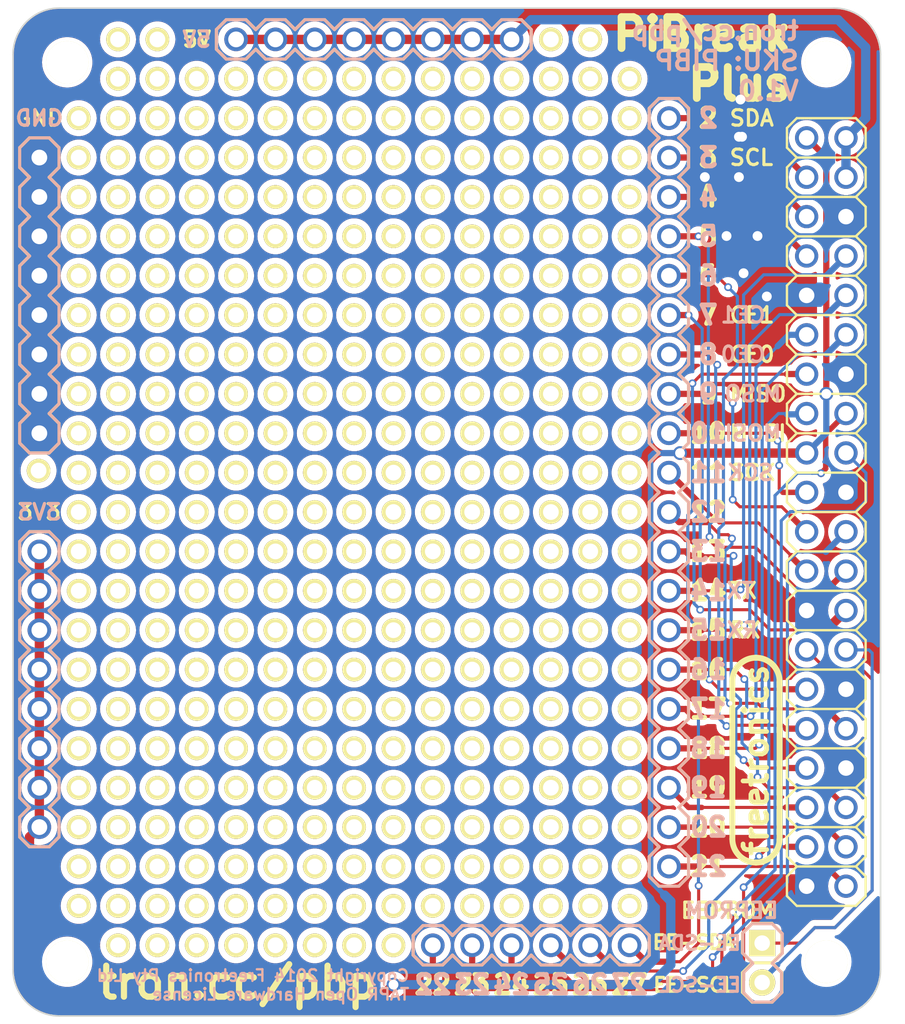
<source format=kicad_pcb>
(kicad_pcb (version 20221018) (generator pcbnew)
  (layers (0 "F.Cu" signal) (31 "B.Cu" signal) (34 "B.Paste" user) (35 "F.Paste" user) (36 "B.SilkS" user "B.Silkscreen") (37 "F.SilkS" user "F.Silkscreen") (38 "B.Mask" user) (39 "F.Mask" user) (44 "Edge.Cuts" user))
  (net 0 "")
  (net 1 "+3.3V")
  (net 2 "+5V")
  (net 3 "/GPIO2_SDA")
  (net 4 "/GPIO3_SCL")
  (net 5 "GND")
  (net 6 "/GPIO4_GPCLK0")
  (net 7 "/GPIO14_TXD")
  (net 8 "/GPIO15_RXD")
  (net 9 "/GPIO17")
  (net 10 "/GPIO18_PCM_CLK")
  (net 11 "/GPIO27")
  (net 12 "/GPIO22")
  (net 13 "/GPIO23")
  (net 14 "/GPIO24")
  (net 15 "/GPIO10_MOSI")
  (net 16 "/GPIO9_MISO")
  (net 17 "/GPIO25")
  (net 18 "/GPIO11_SCK")
  (net 19 "/GPIO8_CE0")
  (net 20 "/GPIO7_CE1")
  (net 21 "/GPIO5")
  (net 22 "/GPIO6")
  (net 23 "/GPIO12")
  (net 24 "/GPIO13")
  (net 25 "/GPIO19")
  (net 26 "/GPIO16")
  (net 27 "/GPIO26")
  (net 28 "/GPIO20")
  (net 29 "/GPIO21")
  (net 30 "/EEPROM_SDA")
  (net 31 "/EEPROM_SCL")
  (footprint "FT:1X08" (layer "F.Cu") (at 218.44 96.52)
    (fp_text reference "P4" hide)
    (fp_text value "CONN_8" hide)
  )
  (footprint "FT:1X08" (layer "F.Cu") (at 205.74 147.32 90)
    (fp_text reference "P5" hide)
    (fp_text value "CONN_8" hide)
  )
  (footprint "Connect:1pin" (layer "F.Cu") (at 256.75 99)
    (fp_text reference "1PIN" hide)
    (fp_text value "P***" hide)
  )
  (footprint "FT:2X20" (layer "F.Cu") (at 255.27 102.87 -90)
    (fp_text reference "P1" hide)
    (fp_text value "RASPBERRY_PI_PLUS_CON" hide)
  )
  (footprint "Connect:1pin" (layer "F.Cu") (at 256.75 157)
    (fp_text reference "1PIN" hide)
    (fp_text value "P***" hide)
  )
  (footprint "FT:1X08" (layer "F.Cu") (at 205.74 121.92 90)
    (fp_text reference "P6" hide)
    (fp_text value "CONN_8" hide)
  )
  (footprint "FT:1X20" (layer "F.Cu") (at 246.38 101.6 -90)
    (fp_text reference "P2" hide)
    (fp_text value "CONN_20" hide)
  )
  (footprint "FT:1X06" (layer "F.Cu") (at 231.14 154.94)
    (fp_text reference "P3" hide)
    (fp_text value "CONN_6" hide)
  )
  (footprint "Connect:1pin" (layer "F.Cu") (at 250.19 156.21)
    (fp_text reference "1PIN" hide)
    (fp_text value "P***" hide)
  )
  (footprint "Connect:1pin" (layer "F.Cu") (at 248.75 98)
    (fp_text reference "1PIN" hide)
    (fp_text value "P***" hide)
  )
  (footprint "FT:M02_100MIL" (layer "F.Cu") (at 252.4 154.8 -90)
    (fp_text reference "P7" hide)
    (fp_text value "CONN_2" hide)
  )
  (footprint "FT:1pin_prototyping" (layer "F.Cu") (at 241.3 152.4)
    (fp_text reference "1pin_prototyping" hide)
    (fp_text value "val**" hide)
  )
  (footprint "FT:1pin_prototyping" (layer "F.Cu") (at 238.76 152.4)
    (fp_text reference "1pin_prototyping" hide)
    (fp_text value "val**" hide)
  )
  (footprint "FT:1pin_prototyping" (layer "F.Cu") (at 236.22 152.4)
    (fp_text reference "1pin_prototyping" hide)
    (fp_text value "val**" hide)
  )
  (footprint "FT:1pin_prototyping" (layer "F.Cu") (at 233.68 152.4)
    (fp_text reference "1pin_prototyping" hide)
    (fp_text value "val**" hide)
  )
  (footprint "FT:1pin_prototyping" (layer "F.Cu") (at 231.14 152.4)
    (fp_text reference "1pin_prototyping" hide)
    (fp_text value "val**" hide)
  )
  (footprint "FT:1pin_prototyping" (layer "F.Cu") (at 241.3 149.86)
    (fp_text reference "1pin_prototyping" hide)
    (fp_text value "val**" hide)
  )
  (footprint "FT:1pin_prototyping" (layer "F.Cu") (at 238.76 149.86)
    (fp_text reference "1pin_prototyping" hide)
    (fp_text value "val**" hide)
  )
  (footprint "FT:1pin_prototyping" (layer "F.Cu") (at 236.22 149.86)
    (fp_text reference "1pin_prototyping" hide)
    (fp_text value "val**" hide)
  )
  (footprint "FT:1pin_prototyping" (layer "F.Cu") (at 233.68 149.86)
    (fp_text reference "1pin_prototyping" hide)
    (fp_text value "val**" hide)
  )
  (footprint "FT:1pin_prototyping" (layer "F.Cu") (at 231.14 149.86)
    (fp_text reference "1pin_prototyping" hide)
    (fp_text value "val**" hide)
  )
  (footprint "FT:1pin_prototyping" (layer "F.Cu") (at 231.14 144.78)
    (fp_text reference "1pin_prototyping" hide)
    (fp_text value "val**" hide)
  )
  (footprint "FT:1pin_prototyping" (layer "F.Cu") (at 233.68 144.78)
    (fp_text reference "1pin_prototyping" hide)
    (fp_text value "val**" hide)
  )
  (footprint "FT:1pin_prototyping" (layer "F.Cu") (at 236.22 144.78)
    (fp_text reference "1pin_prototyping" hide)
    (fp_text value "val**" hide)
  )
  (footprint "FT:1pin_prototyping" (layer "F.Cu") (at 238.76 144.78)
    (fp_text reference "1pin_prototyping" hide)
    (fp_text value "val**" hide)
  )
  (footprint "FT:1pin_prototyping" (layer "F.Cu") (at 241.3 144.78)
    (fp_text reference "1pin_prototyping" hide)
    (fp_text value "val**" hide)
  )
  (footprint "FT:1pin_prototyping" (layer "F.Cu") (at 241.3 147.32)
    (fp_text reference "1pin_prototyping" hide)
    (fp_text value "val**" hide)
  )
  (footprint "FT:1pin_prototyping" (layer "F.Cu") (at 238.76 147.32)
    (fp_text reference "1pin_prototyping" hide)
    (fp_text value "val**" hide)
  )
  (footprint "FT:1pin_prototyping" (layer "F.Cu") (at 236.22 147.32)
    (fp_text reference "1pin_prototyping" hide)
    (fp_text value "val**" hide)
  )
  (footprint "FT:1pin_prototyping" (layer "F.Cu") (at 233.68 147.32)
    (fp_text reference "1pin_prototyping" hide)
    (fp_text value "val**" hide)
  )
  (footprint "FT:1pin_prototyping" (layer "F.Cu") (at 231.14 147.32)
    (fp_text reference "1pin_prototyping" hide)
    (fp_text value "val**" hide)
  )
  (footprint "FT:1pin_prototyping" (layer "F.Cu") (at 243.84 147.32)
    (fp_text reference "1pin_prototyping" hide)
    (fp_text value "val**" hide)
  )
  (footprint "FT:1pin_prototyping" (layer "F.Cu") (at 243.84 144.78)
    (fp_text reference "1pin_prototyping" hide)
    (fp_text value "val**" hide)
  )
  (footprint "FT:1pin_prototyping" (layer "F.Cu") (at 243.84 149.86)
    (fp_text reference "1pin_prototyping" hide)
    (fp_text value "val**" hide)
  )
  (footprint "FT:1pin_prototyping" (layer "F.Cu") (at 243.84 152.4)
    (fp_text reference "1pin_prototyping" hide)
    (fp_text value "val**" hide)
  )
  (footprint "FT:1pin_prototyping" (layer "F.Cu") (at 228.6 152.4)
    (fp_text reference "1pin_prototyping" hide)
    (fp_text value "val**" hide)
  )
  (footprint "FT:1pin_prototyping" (layer "F.Cu") (at 228.6 149.86)
    (fp_text reference "1pin_prototyping" hide)
    (fp_text value "val**" hide)
  )
  (footprint "FT:1pin_prototyping" (layer "F.Cu") (at 228.6 144.78)
    (fp_text reference "1pin_prototyping" hide)
    (fp_text value "val**" hide)
  )
  (footprint "FT:1pin_prototyping" (layer "F.Cu") (at 228.6 147.32)
    (fp_text reference "1pin_prototyping" hide)
    (fp_text value "val**" hide)
  )
  (footprint "FT:1pin_prototyping" (layer "F.Cu") (at 215.9 147.32)
    (fp_text reference "1pin_prototyping" hide)
    (fp_text value "val**" hide)
  )
  (footprint "FT:1pin_prototyping" (layer "F.Cu") (at 218.44 147.32)
    (fp_text reference "1pin_prototyping" hide)
    (fp_text value "val**" hide)
  )
  (footprint "FT:1pin_prototyping" (layer "F.Cu") (at 220.98 147.32)
    (fp_text reference "1pin_prototyping" hide)
    (fp_text value "val**" hide)
  )
  (footprint "FT:1pin_prototyping" (layer "F.Cu") (at 223.52 147.32)
    (fp_text reference "1pin_prototyping" hide)
    (fp_text value "val**" hide)
  )
  (footprint "FT:1pin_prototyping" (layer "F.Cu") (at 226.06 147.32)
    (fp_text reference "1pin_prototyping" hide)
    (fp_text value "val**" hide)
  )
  (footprint "FT:1pin_prototyping" (layer "F.Cu") (at 226.06 144.78)
    (fp_text reference "1pin_prototyping" hide)
    (fp_text value "val**" hide)
  )
  (footprint "FT:1pin_prototyping" (layer "F.Cu") (at 223.52 144.78)
    (fp_text reference "1pin_prototyping" hide)
    (fp_text value "val**" hide)
  )
  (footprint "FT:1pin_prototyping" (layer "F.Cu") (at 220.98 144.78)
    (fp_text reference "1pin_prototyping" hide)
    (fp_text value "val**" hide)
  )
  (footprint "FT:1pin_prototyping" (layer "F.Cu") (at 218.44 144.78)
    (fp_text reference "1pin_prototyping" hide)
    (fp_text value "val**" hide)
  )
  (footprint "FT:1pin_prototyping" (layer "F.Cu") (at 215.9 144.78)
    (fp_text reference "1pin_prototyping" hide)
    (fp_text value "val**" hide)
  )
  (footprint "FT:1pin_prototyping" (layer "F.Cu") (at 215.9 149.86)
    (fp_text reference "1pin_prototyping" hide)
    (fp_text value "val**" hide)
  )
  (footprint "FT:1pin_prototyping" (layer "F.Cu") (at 218.44 149.86)
    (fp_text reference "1pin_prototyping" hide)
    (fp_text value "val**" hide)
  )
  (footprint "FT:1pin_prototyping" (layer "F.Cu") (at 220.98 149.86)
    (fp_text reference "1pin_prototyping" hide)
    (fp_text value "val**" hide)
  )
  (footprint "FT:1pin_prototyping" (layer "F.Cu") (at 223.52 149.86)
    (fp_text reference "1pin_prototyping" hide)
    (fp_text value "val**" hide)
  )
  (footprint "FT:1pin_prototyping" (layer "F.Cu") (at 226.06 149.86)
    (fp_text reference "1pin_prototyping" hide)
    (fp_text value "val**" hide)
  )
  (footprint "FT:1pin_prototyping" (layer "F.Cu") (at 226.06 152.4)
    (fp_text reference "1pin_prototyping" hide)
    (fp_text value "val**" hide)
  )
  (footprint "FT:1pin_prototyping" (layer "F.Cu") (at 223.52 152.4)
    (fp_text reference "1pin_prototyping" hide)
    (fp_text value "val**" hide)
  )
  (footprint "FT:1pin_prototyping" (layer "F.Cu") (at 220.98 152.4)
    (fp_text reference "1pin_prototyping" hide)
    (fp_text value "val**" hide)
  )
  (footprint "FT:1pin_prototyping" (layer "F.Cu") (at 218.44 152.4)
    (fp_text reference "1pin_prototyping" hide)
    (fp_text value "val**" hide)
  )
  (footprint "FT:1pin_prototyping" (layer "F.Cu") (at 215.9 152.4)
    (fp_text reference "1pin_prototyping" hide)
    (fp_text value "val**" hide)
  )
  (footprint "FT:1pin_prototyping" (layer "F.Cu") (at 210.82 152.4)
    (fp_text reference "1pin_prototyping" hide)
    (fp_text value "val**" hide)
  )
  (footprint "FT:1pin_prototyping" (layer "F.Cu") (at 213.36 152.4)
    (fp_text reference "1pin_prototyping" hide)
    (fp_text value "val**" hide)
  )
  (footprint "FT:1pin_prototyping" (layer "F.Cu") (at 213.36 149.86)
    (fp_text reference "1pin_prototyping" hide)
    (fp_text value "val**" hide)
  )
  (footprint "FT:1pin_prototyping" (layer "F.Cu") (at 210.82 149.86)
    (fp_text reference "1pin_prototyping" hide)
    (fp_text value "val**" hide)
  )
  (footprint "FT:1pin_prototyping" (layer "F.Cu") (at 210.82 144.78)
    (fp_text reference "1pin_prototyping" hide)
    (fp_text value "val**" hide)
  )
  (footprint "FT:1pin_prototyping" (layer "F.Cu") (at 213.36 144.78)
    (fp_text reference "1pin_prototyping" hide)
    (fp_text value "val**" hide)
  )
  (footprint "FT:1pin_prototyping" (layer "F.Cu") (at 213.36 147.32)
    (fp_text reference "1pin_prototyping" hide)
    (fp_text value "val**" hide)
  )
  (footprint "FT:1pin_prototyping" (layer "F.Cu") (at 210.82 147.32)
    (fp_text reference "1pin_prototyping" hide)
    (fp_text value "val**" hide)
  )
  (footprint "FT:1pin_prototyping" (layer "F.Cu") (at 210.82 137.16)
    (fp_text reference "1pin_prototyping" hide)
    (fp_text value "val**" hide)
  )
  (footprint "FT:1pin_prototyping" (layer "F.Cu") (at 213.36 137.16)
    (fp_text reference "1pin_prototyping" hide)
    (fp_text value "val**" hide)
  )
  (footprint "FT:1pin_prototyping" (layer "F.Cu") (at 213.36 134.62)
    (fp_text reference "1pin_prototyping" hide)
    (fp_text value "val**" hide)
  )
  (footprint "FT:1pin_prototyping" (layer "F.Cu") (at 210.82 134.62)
    (fp_text reference "1pin_prototyping" hide)
    (fp_text value "val**" hide)
  )
  (footprint "FT:1pin_prototyping" (layer "F.Cu") (at 210.82 139.7)
    (fp_text reference "1pin_prototyping" hide)
    (fp_text value "val**" hide)
  )
  (footprint "FT:1pin_prototyping" (layer "F.Cu") (at 213.36 139.7)
    (fp_text reference "1pin_prototyping" hide)
    (fp_text value "val**" hide)
  )
  (footprint "FT:1pin_prototyping" (layer "F.Cu") (at 213.36 142.24)
    (fp_text reference "1pin_prototyping" hide)
    (fp_text value "val**" hide)
  )
  (footprint "FT:1pin_prototyping" (layer "F.Cu") (at 210.82 142.24)
    (fp_text reference "1pin_prototyping" hide)
    (fp_text value "val**" hide)
  )
  (footprint "FT:1pin_prototyping" (layer "F.Cu") (at 215.9 142.24)
    (fp_text reference "1pin_prototyping" hide)
    (fp_text value "val**" hide)
  )
  (footprint "FT:1pin_prototyping" (layer "F.Cu") (at 218.44 142.24)
    (fp_text reference "1pin_prototyping" hide)
    (fp_text value "val**" hide)
  )
  (footprint "FT:1pin_prototyping" (layer "F.Cu") (at 220.98 142.24)
    (fp_text reference "1pin_prototyping" hide)
    (fp_text value "val**" hide)
  )
  (footprint "FT:1pin_prototyping" (layer "F.Cu") (at 223.52 142.24)
    (fp_text reference "1pin_prototyping" hide)
    (fp_text value "val**" hide)
  )
  (footprint "FT:1pin_prototyping" (layer "F.Cu") (at 226.06 142.24)
    (fp_text reference "1pin_prototyping" hide)
    (fp_text value "val**" hide)
  )
  (footprint "FT:1pin_prototyping" (layer "F.Cu") (at 226.06 139.7)
    (fp_text reference "1pin_prototyping" hide)
    (fp_text value "val**" hide)
  )
  (footprint "FT:1pin_prototyping" (layer "F.Cu") (at 223.52 139.7)
    (fp_text reference "1pin_prototyping" hide)
    (fp_text value "val**" hide)
  )
  (footprint "FT:1pin_prototyping" (layer "F.Cu") (at 220.98 139.7)
    (fp_text reference "1pin_prototyping" hide)
    (fp_text value "val**" hide)
  )
  (footprint "FT:1pin_prototyping" (layer "F.Cu") (at 218.44 139.7)
    (fp_text reference "1pin_prototyping" hide)
    (fp_text value "val**" hide)
  )
  (footprint "FT:1pin_prototyping" (layer "F.Cu") (at 215.9 139.7)
    (fp_text reference "1pin_prototyping" hide)
    (fp_text value "val**" hide)
  )
  (footprint "FT:1pin_prototyping" (layer "F.Cu") (at 215.9 134.62)
    (fp_text reference "1pin_prototyping" hide)
    (fp_text value "val**" hide)
  )
  (footprint "FT:1pin_prototyping" (layer "F.Cu") (at 218.44 134.62)
    (fp_text reference "1pin_prototyping" hide)
    (fp_text value "val**" hide)
  )
  (footprint "FT:1pin_prototyping" (layer "F.Cu") (at 220.98 134.62)
    (fp_text reference "1pin_prototyping" hide)
    (fp_text value "val**" hide)
  )
  (footprint "FT:1pin_prototyping" (layer "F.Cu") (at 223.52 134.62)
    (fp_text reference "1pin_prototyping" hide)
    (fp_text value "val**" hide)
  )
  (footprint "FT:1pin_prototyping" (layer "F.Cu") (at 226.06 134.62)
    (fp_text reference "1pin_prototyping" hide)
    (fp_text value "val**" hide)
  )
  (footprint "FT:1pin_prototyping" (layer "F.Cu") (at 226.06 137.16)
    (fp_text reference "1pin_prototyping" hide)
    (fp_text value "val**" hide)
  )
  (footprint "FT:1pin_prototyping" (layer "F.Cu") (at 223.52 137.16)
    (fp_text reference "1pin_prototyping" hide)
    (fp_text value "val**" hide)
  )
  (footprint "FT:1pin_prototyping" (layer "F.Cu") (at 220.98 137.16)
    (fp_text reference "1pin_prototyping" hide)
    (fp_text value "val**" hide)
  )
  (footprint "FT:1pin_prototyping" (layer "F.Cu") (at 218.44 137.16)
    (fp_text reference "1pin_prototyping" hide)
    (fp_text value "val**" hide)
  )
  (footprint "FT:1pin_prototyping" (layer "F.Cu") (at 215.9 137.16)
    (fp_text reference "1pin_prototyping" hide)
    (fp_text value "val**" hide)
  )
  (footprint "FT:1pin_prototyping" (layer "F.Cu") (at 228.6 137.16)
    (fp_text reference "1pin_prototyping" hide)
    (fp_text value "val**" hide)
  )
  (footprint "FT:1pin_prototyping" (layer "F.Cu") (at 228.6 134.62)
    (fp_text reference "1pin_prototyping" hide)
    (fp_text value "val**" hide)
  )
  (footprint "FT:1pin_prototyping" (layer "F.Cu") (at 228.6 139.7)
    (fp_text reference "1pin_prototyping" hide)
    (fp_text value "val**" hide)
  )
  (footprint "FT:1pin_prototyping" (layer "F.Cu") (at 228.6 142.24)
    (fp_text reference "1pin_prototyping" hide)
    (fp_text value "val**" hide)
  )
  (footprint "FT:1pin_prototyping" (layer "F.Cu") (at 243.84 142.24)
    (fp_text reference "1pin_prototyping" hide)
    (fp_text value "val**" hide)
  )
  (footprint "FT:1pin_prototyping" (layer "F.Cu") (at 243.84 139.7)
    (fp_text reference "1pin_prototyping" hide)
    (fp_text value "val**" hide)
  )
  (footprint "FT:1pin_prototyping" (layer "F.Cu") (at 243.84 134.62)
    (fp_text reference "1pin_prototyping" hide)
    (fp_text value "val**" hide)
  )
  (footprint "FT:1pin_prototyping" (layer "F.Cu") (at 243.84 137.16)
    (fp_text reference "1pin_prototyping" hide)
    (fp_text value "val**" hide)
  )
  (footprint "FT:1pin_prototyping" (layer "F.Cu") (at 231.14 137.16)
    (fp_text reference "1pin_prototyping" hide)
    (fp_text value "val**" hide)
  )
  (footprint "FT:1pin_prototyping" (layer "F.Cu") (at 233.68 137.16)
    (fp_text reference "1pin_prototyping" hide)
    (fp_text value "val**" hide)
  )
  (footprint "FT:1pin_prototyping" (layer "F.Cu") (at 236.22 137.16)
    (fp_text reference "1pin_prototyping" hide)
    (fp_text value "val**" hide)
  )
  (footprint "FT:1pin_prototyping" (layer "F.Cu") (at 238.76 137.16)
    (fp_text reference "1pin_prototyping" hide)
    (fp_text value "val**" hide)
  )
  (footprint "FT:1pin_prototyping" (layer "F.Cu") (at 241.3 137.16)
    (fp_text reference "1pin_prototyping" hide)
    (fp_text value "val**" hide)
  )
  (footprint "FT:1pin_prototyping" (layer "F.Cu") (at 241.3 134.62)
    (fp_text reference "1pin_prototyping" hide)
    (fp_text value "val**" hide)
  )
  (footprint "FT:1pin_prototyping" (layer "F.Cu") (at 238.76 134.62)
    (fp_text reference "1pin_prototyping" hide)
    (fp_text value "val**" hide)
  )
  (footprint "FT:1pin_prototyping" (layer "F.Cu") (at 236.22 134.62)
    (fp_text reference "1pin_prototyping" hide)
    (fp_text value "val**" hide)
  )
  (footprint "FT:1pin_prototyping" (layer "F.Cu") (at 233.68 134.62)
    (fp_text reference "1pin_prototyping" hide)
    (fp_text value "val**" hide)
  )
  (footprint "FT:1pin_prototyping" (layer "F.Cu") (at 231.14 134.62)
    (fp_text reference "1pin_prototyping" hide)
    (fp_text value "val**" hide)
  )
  (footprint "FT:1pin_prototyping" (layer "F.Cu") (at 231.14 139.7)
    (fp_text reference "1pin_prototyping" hide)
    (fp_text value "val**" hide)
  )
  (footprint "FT:1pin_prototyping" (layer "F.Cu") (at 233.68 139.7)
    (fp_text reference "1pin_prototyping" hide)
    (fp_text value "val**" hide)
  )
  (footprint "FT:1pin_prototyping" (layer "F.Cu") (at 236.22 139.7)
    (fp_text reference "1pin_prototyping" hide)
    (fp_text value "val**" hide)
  )
  (footprint "FT:1pin_prototyping" (layer "F.Cu") (at 238.76 139.7)
    (fp_text reference "1pin_prototyping" hide)
    (fp_text value "val**" hide)
  )
  (footprint "FT:1pin_prototyping" (layer "F.Cu") (at 241.3 139.7)
    (fp_text reference "1pin_prototyping" hide)
    (fp_text value "val**" hide)
  )
  (footprint "FT:1pin_prototyping" (layer "F.Cu") (at 241.3 142.24)
    (fp_text reference "1pin_prototyping" hide)
    (fp_text value "val**" hide)
  )
  (footprint "FT:1pin_prototyping" (layer "F.Cu") (at 238.76 142.24)
    (fp_text reference "1pin_prototyping" hide)
    (fp_text value "val**" hide)
  )
  (footprint "FT:1pin_prototyping" (layer "F.Cu") (at 236.22 142.24)
    (fp_text reference "1pin_prototyping" hide)
    (fp_text value "val**" hide)
  )
  (footprint "FT:1pin_prototyping" (layer "F.Cu") (at 233.68 142.24)
    (fp_text reference "1pin_prototyping" hide)
    (fp_text value "val**" hide)
  )
  (footprint "FT:1pin_prototyping" (layer "F.Cu") (at 231.14 142.24)
    (fp_text reference "1pin_prototyping" hide)
    (fp_text value "val**" hide)
  )
  (footprint "FT:1pin_prototyping" (layer "F.Cu") (at 231.14 121.92)
    (fp_text reference "1pin_prototyping" hide)
    (fp_text value "val**" hide)
  )
  (footprint "FT:1pin_prototyping" (layer "F.Cu") (at 233.68 121.92)
    (fp_text reference "1pin_prototyping" hide)
    (fp_text value "val**" hide)
  )
  (footprint "FT:1pin_prototyping" (layer "F.Cu") (at 236.22 121.92)
    (fp_text reference "1pin_prototyping" hide)
    (fp_text value "val**" hide)
  )
  (footprint "FT:1pin_prototyping" (layer "F.Cu") (at 238.76 121.92)
    (fp_text reference "1pin_prototyping" hide)
    (fp_text value "val**" hide)
  )
  (footprint "FT:1pin_prototyping" (layer "F.Cu") (at 241.3 121.92)
    (fp_text reference "1pin_prototyping" hide)
    (fp_text value "val**" hide)
  )
  (footprint "FT:1pin_prototyping" (layer "F.Cu") (at 241.3 119.38)
    (fp_text reference "1pin_prototyping" hide)
    (fp_text value "val**" hide)
  )
  (footprint "FT:1pin_prototyping" (layer "F.Cu") (at 238.76 119.38)
    (fp_text reference "1pin_prototyping" hide)
    (fp_text value "val**" hide)
  )
  (footprint "FT:1pin_prototyping" (layer "F.Cu") (at 236.22 119.38)
    (fp_text reference "1pin_prototyping" hide)
    (fp_text value "val**" hide)
  )
  (footprint "FT:1pin_prototyping" (layer "F.Cu") (at 233.68 119.38)
    (fp_text reference "1pin_prototyping" hide)
    (fp_text value "val**" hide)
  )
  (footprint "FT:1pin_prototyping" (layer "F.Cu") (at 231.14 119.38)
    (fp_text reference "1pin_prototyping" hide)
    (fp_text value "val**" hide)
  )
  (footprint "FT:1pin_prototyping" (layer "F.Cu") (at 231.14 114.3)
    (fp_text reference "1pin_prototyping" hide)
    (fp_text value "val**" hide)
  )
  (footprint "FT:1pin_prototyping" (layer "F.Cu") (at 233.68 114.3)
    (fp_text reference "1pin_prototyping" hide)
    (fp_text value "val**" hide)
  )
  (footprint "FT:1pin_prototyping" (layer "F.Cu") (at 236.22 114.3)
    (fp_text reference "1pin_prototyping" hide)
    (fp_text value "val**" hide)
  )
  (footprint "FT:1pin_prototyping" (layer "F.Cu") (at 238.76 114.3)
    (fp_text reference "1pin_prototyping" hide)
    (fp_text value "val**" hide)
  )
  (footprint "FT:1pin_prototyping" (layer "F.Cu") (at 241.3 114.3)
    (fp_text reference "1pin_prototyping" hide)
    (fp_text value "val**" hide)
  )
  (footprint "FT:1pin_prototyping" (layer "F.Cu") (at 241.3 116.84)
    (fp_text reference "1pin_prototyping" hide)
    (fp_text value "val**" hide)
  )
  (footprint "FT:1pin_prototyping" (layer "F.Cu") (at 238.76 116.84)
    (fp_text reference "1pin_prototyping" hide)
    (fp_text value "val**" hide)
  )
  (footprint "FT:1pin_prototyping" (layer "F.Cu") (at 236.22 116.84)
    (fp_text reference "1pin_prototyping" hide)
    (fp_text value "val**" hide)
  )
  (footprint "FT:1pin_prototyping" (layer "F.Cu") (at 233.68 116.84)
    (fp_text reference "1pin_prototyping" hide)
    (fp_text value "val**" hide)
  )
  (footprint "FT:1pin_prototyping" (layer "F.Cu") (at 231.14 116.84)
    (fp_text reference "1pin_prototyping" hide)
    (fp_text value "val**" hide)
  )
  (footprint "FT:1pin_prototyping" (layer "F.Cu") (at 243.84 116.84)
    (fp_text reference "1pin_prototyping" hide)
    (fp_text value "val**" hide)
  )
  (footprint "FT:1pin_prototyping" (layer "F.Cu") (at 243.84 114.3)
    (fp_text reference "1pin_prototyping" hide)
    (fp_text value "val**" hide)
  )
  (footprint "FT:1pin_prototyping" (layer "F.Cu") (at 243.84 119.38)
    (fp_text reference "1pin_prototyping" hide)
    (fp_text value "val**" hide)
  )
  (footprint "FT:1pin_prototyping" (layer "F.Cu") (at 243.84 121.92)
    (fp_text reference "1pin_prototyping" hide)
    (fp_text value "val**" hide)
  )
  (footprint "FT:1pin_prototyping" (layer "F.Cu") (at 228.6 121.92)
    (fp_text reference "1pin_prototyping" hide)
    (fp_text value "val**" hide)
  )
  (footprint "FT:1pin_prototyping" (layer "F.Cu") (at 228.6 119.38)
    (fp_text reference "1pin_prototyping" hide)
    (fp_text value "val**" hide)
  )
  (footprint "FT:1pin_prototyping" (layer "F.Cu") (at 228.6 114.3)
    (fp_text reference "1pin_prototyping" hide)
    (fp_text value "val**" hide)
  )
  (footprint "FT:1pin_prototyping" (layer "F.Cu") (at 228.6 116.84)
    (fp_text reference "1pin_prototyping" hide)
    (fp_text value "val**" hide)
  )
  (footprint "FT:1pin_prototyping" (layer "F.Cu") (at 215.9 116.84)
    (fp_text reference "1pin_prototyping" hide)
    (fp_text value "val**" hide)
  )
  (footprint "FT:1pin_prototyping" (layer "F.Cu") (at 218.44 116.84)
    (fp_text reference "1pin_prototyping" hide)
    (fp_text value "val**" hide)
  )
  (footprint "FT:1pin_prototyping" (layer "F.Cu") (at 220.98 116.84)
    (fp_text reference "1pin_prototyping" hide)
    (fp_text value "val**" hide)
  )
  (footprint "FT:1pin_prototyping" (layer "F.Cu") (at 223.52 116.84)
    (fp_text reference "1pin_prototyping" hide)
    (fp_text value "val**" hide)
  )
  (footprint "FT:1pin_prototyping" (layer "F.Cu") (at 226.06 116.84)
    (fp_text reference "1pin_prototyping" hide)
    (fp_text value "val**" hide)
  )
  (footprint "FT:1pin_prototyping" (layer "F.Cu") (at 226.06 114.3)
    (fp_text reference "1pin_prototyping" hide)
    (fp_text value "val**" hide)
  )
  (footprint "FT:1pin_prototyping" (layer "F.Cu") (at 223.52 114.3)
    (fp_text reference "1pin_prototyping" hide)
    (fp_text value "val**" hide)
  )
  (footprint "FT:1pin_prototyping" (layer "F.Cu") (at 220.98 114.3)
    (fp_text reference "1pin_prototyping" hide)
    (fp_text value "val**" hide)
  )
  (footprint "FT:1pin_prototyping" (layer "F.Cu") (at 218.44 114.3)
    (fp_text reference "1pin_prototyping" hide)
    (fp_text value "val**" hide)
  )
  (footprint "FT:1pin_prototyping" (layer "F.Cu") (at 215.9 114.3)
    (fp_text reference "1pin_prototyping" hide)
    (fp_text value "val**" hide)
  )
  (footprint "FT:1pin_prototyping" (layer "F.Cu") (at 215.9 119.38)
    (fp_text reference "1pin_prototyping" hide)
    (fp_text value "val**" hide)
  )
  (footprint "FT:1pin_prototyping" (layer "F.Cu") (at 218.44 119.38)
    (fp_text reference "1pin_prototyping" hide)
    (fp_text value "val**" hide)
  )
  (footprint "FT:1pin_prototyping" (layer "F.Cu") (at 220.98 119.38)
    (fp_text reference "1pin_prototyping" hide)
    (fp_text value "val**" hide)
  )
  (footprint "FT:1pin_prototyping" (layer "F.Cu") (at 223.52 119.38)
    (fp_text reference "1pin_prototyping" hide)
    (fp_text value "val**" hide)
  )
  (footprint "FT:1pin_prototyping" (layer "F.Cu") (at 226.06 119.38)
    (fp_text reference "1pin_prototyping" hide)
    (fp_text value "val**" hide)
  )
  (footprint "FT:1pin_prototyping" (layer "F.Cu") (at 226.06 121.92)
    (fp_text reference "1pin_prototyping" hide)
    (fp_text value "val**" hide)
  )
  (footprint "FT:1pin_prototyping" (layer "F.Cu") (at 223.52 121.92)
    (fp_text reference "1pin_prototyping" hide)
    (fp_text value "val**" hide)
  )
  (footprint "FT:1pin_prototyping" (layer "F.Cu") (at 220.98 121.92)
    (fp_text reference "1pin_prototyping" hide)
    (fp_text value "val**" hide)
  )
  (footprint "FT:1pin_prototyping" (layer "F.Cu") (at 218.44 121.92)
    (fp_text reference "1pin_prototyping" hide)
    (fp_text value "val**" hide)
  )
  (footprint "FT:1pin_prototyping" (layer "F.Cu") (at 215.9 121.92)
    (fp_text reference "1pin_prototyping" hide)
    (fp_text value "val**" hide)
  )
  (footprint "FT:1pin_prototyping" (layer "F.Cu") (at 210.82 121.92)
    (fp_text reference "1pin_prototyping" hide)
    (fp_text value "val**" hide)
  )
  (footprint "FT:1pin_prototyping" (layer "F.Cu") (at 213.36 121.92)
    (fp_text reference "1pin_prototyping" hide)
    (fp_text value "val**" hide)
  )
  (footprint "FT:1pin_prototyping" (layer "F.Cu") (at 213.36 119.38)
    (fp_text reference "1pin_prototyping" hide)
    (fp_text value "val**" hide)
  )
  (footprint "FT:1pin_prototyping" (layer "F.Cu") (at 210.82 119.38)
    (fp_text reference "1pin_prototyping" hide)
    (fp_text value "val**" hide)
  )
  (footprint "FT:1pin_prototyping" (layer "F.Cu") (at 210.82 114.3)
    (fp_text reference "1pin_prototyping" hide)
    (fp_text value "val**" hide)
  )
  (footprint "FT:1pin_prototyping" (layer "F.Cu") (at 213.36 114.3)
    (fp_text reference "1pin_prototyping" hide)
    (fp_text value "val**" hide)
  )
  (footprint "FT:1pin_prototyping" (layer "F.Cu") (at 213.36 116.84)
    (fp_text reference "1pin_prototyping" hide)
    (fp_text value "val**" hide)
  )
  (footprint "FT:1pin_prototyping" (layer "F.Cu") (at 210.82 116.84)
    (fp_text reference "1pin_prototyping" hide)
    (fp_text value "val**" hide)
  )
  (footprint "FT:1pin_prototyping" (layer "F.Cu") (at 210.82 127)
    (fp_text reference "1pin_prototyping" hide)
    (fp_text value "val**" hide)
  )
  (footprint "FT:1pin_prototyping" (layer "F.Cu") (at 213.36 127)
    (fp_text reference "1pin_prototyping" hide)
    (fp_text value "val**" hide)
  )
  (footprint "FT:1pin_prototyping" (layer "F.Cu") (at 213.36 124.46)
    (fp_text reference "1pin_prototyping" hide)
    (fp_text value "val**" hide)
  )
  (footprint "FT:1pin_prototyping" (layer "F.Cu") (at 210.82 124.46)
    (fp_text reference "1pin_prototyping" hide)
    (fp_text value "val**" hide)
  )
  (footprint "FT:1pin_prototyping" (layer "F.Cu") (at 210.82 129.54)
    (fp_text reference "1pin_prototyping" hide)
    (fp_text value "val**" hide)
  )
  (footprint "FT:1pin_prototyping" (layer "F.Cu") (at 213.36 129.54)
    (fp_text reference "1pin_prototyping" hide)
    (fp_text value "val**" hide)
  )
  (footprint "FT:1pin_prototyping" (layer "F.Cu") (at 213.36 132.08)
    (fp_text reference "1pin_prototyping" hide)
    (fp_text value "val**" hide)
  )
  (footprint "FT:1pin_prototyping" (layer "F.Cu") (at 210.82 132.08)
    (fp_text reference "1pin_prototyping" hide)
    (fp_text value "val**" hide)
  )
  (footprint "FT:1pin_prototyping" (layer "F.Cu") (at 215.9 132.08)
    (fp_text reference "1pin_prototyping" hide)
    (fp_text value "val**" hide)
  )
  (footprint "FT:1pin_prototyping" (layer "F.Cu") (at 218.44 132.08)
    (fp_text reference "1pin_prototyping" hide)
    (fp_text value "val**" hide)
  )
  (footprint "FT:1pin_prototyping" (layer "F.Cu") (at 220.98 132.08)
    (fp_text reference "1pin_prototyping" hide)
    (fp_text value "val**" hide)
  )
  (footprint "FT:1pin_prototyping" (layer "F.Cu") (at 223.52 132.08)
    (fp_text reference "1pin_prototyping" hide)
    (fp_text value "val**" hide)
  )
  (footprint "FT:1pin_prototyping" (layer "F.Cu") (at 226.06 132.08)
    (fp_text reference "1pin_prototyping" hide)
    (fp_text value "val**" hide)
  )
  (footprint "FT:1pin_prototyping" (layer "F.Cu") (at 226.06 129.54)
    (fp_text reference "1pin_prototyping" hide)
    (fp_text value "val**" hide)
  )
  (footprint "FT:1pin_prototyping" (layer "F.Cu") (at 223.52 129.54)
    (fp_text reference "1pin_prototyping" hide)
    (fp_text value "val**" hide)
  )
  (footprint "FT:1pin_prototyping" (layer "F.Cu") (at 220.98 129.54)
    (fp_text reference "1pin_prototyping" hide)
    (fp_text value "val**" hide)
  )
  (footprint "FT:1pin_prototyping" (layer "F.Cu") (at 218.44 129.54)
    (fp_text reference "1pin_prototyping" hide)
    (fp_text value "val**" hide)
  )
  (footprint "FT:1pin_prototyping" (layer "F.Cu") (at 215.9 129.54)
    (fp_text reference "1pin_prototyping" hide)
    (fp_text value "val**" hide)
  )
  (footprint "FT:1pin_prototyping" (layer "F.Cu") (at 215.9 124.46)
    (fp_text reference "1pin_prototyping" hide)
    (fp_text value "val**" hide)
  )
  (footprint "FT:1pin_prototyping" (layer "F.Cu") (at 218.44 124.46)
    (fp_text reference "1pin_prototyping" hide)
    (fp_text value "val**" hide)
  )
  (footprint "FT:1pin_prototyping" (layer "F.Cu") (at 220.98 124.46)
    (fp_text reference "1pin_prototyping" hide)
    (fp_text value "val**" hide)
  )
  (footprint "FT:1pin_prototyping" (layer "F.Cu") (at 223.52 124.46)
    (fp_text reference "1pin_prototyping" hide)
    (fp_text value "val**" hide)
  )
  (footprint "FT:1pin_prototyping" (layer "F.Cu") (at 226.06 124.46)
    (fp_text reference "1pin_prototyping" hide)
    (fp_text value "val**" hide)
  )
  (footprint "FT:1pin_prototyping" (layer "F.Cu") (at 226.06 127)
    (fp_text reference "1pin_prototyping" hide)
    (fp_text value "val**" hide)
  )
  (footprint "FT:1pin_prototyping" (layer "F.Cu") (at 223.52 127)
    (fp_text reference "1pin_prototyping" hide)
    (fp_text value "val**" hide)
  )
  (footprint "FT:1pin_prototyping" (layer "F.Cu") (at 220.98 127)
    (fp_text reference "1pin_prototyping" hide)
    (fp_text value "val**" hide)
  )
  (footprint "FT:1pin_prototyping" (layer "F.Cu") (at 218.44 127)
    (fp_text reference "1pin_prototyping" hide)
    (fp_text value "val**" hide)
  )
  (footprint "FT:1pin_prototyping" (layer "F.Cu") (at 215.9 127)
    (fp_text reference "1pin_prototyping" hide)
    (fp_text value "val**" hide)
  )
  (footprint "FT:1pin_prototyping" (layer "F.Cu") (at 228.6 127)
    (fp_text reference "1pin_prototyping" hide)
    (fp_text value "val**" hide)
  )
  (footprint "FT:1pin_prototyping" (layer "F.Cu") (at 228.6 124.46)
    (fp_text reference "1pin_prototyping" hide)
    (fp_text value "val**" hide)
  )
  (footprint "FT:1pin_prototyping" (layer "F.Cu") (at 228.6 129.54)
    (fp_text reference "1pin_prototyping" hide)
    (fp_text value "val**" hide)
  )
  (footprint "FT:1pin_prototyping" (layer "F.Cu") (at 228.6 132.08)
    (fp_text reference "1pin_prototyping" hide)
    (fp_text value "val**" hide)
  )
  (footprint "FT:1pin_prototyping" (layer "F.Cu") (at 243.84 132.08)
    (fp_text reference "1pin_prototyping" hide)
    (fp_text value "val**" hide)
  )
  (footprint "FT:1pin_prototyping" (layer "F.Cu") (at 243.84 129.54)
    (fp_text reference "1pin_prototyping" hide)
    (fp_text value "val**" hide)
  )
  (footprint "FT:1pin_prototyping" (layer "F.Cu") (at 243.84 124.46)
    (fp_text reference "1pin_prototyping" hide)
    (fp_text value "val**" hide)
  )
  (footprint "FT:1pin_prototyping" (layer "F.Cu") (at 243.84 127)
    (fp_text reference "1pin_prototyping" hide)
    (fp_text value "val**" hide)
  )
  (footprint "FT:1pin_prototyping" (layer "F.Cu") (at 231.14 127)
    (fp_text reference "1pin_prototyping" hide)
    (fp_text value "val**" hide)
  )
  (footprint "FT:1pin_prototyping" (layer "F.Cu") (at 233.68 127)
    (fp_text reference "1pin_prototyping" hide)
    (fp_text value "val**" hide)
  )
  (footprint "FT:1pin_prototyping" (layer "F.Cu") (at 236.22 127)
    (fp_text reference "1pin_prototyping" hide)
    (fp_text value "val**" hide)
  )
  (footprint "FT:1pin_prototyping" (layer "F.Cu") (at 238.76 127)
    (fp_text reference "1pin_prototyping" hide)
    (fp_text value "val**" hide)
  )
  (footprint "FT:1pin_prototyping" (layer "F.Cu") (at 241.3 127)
    (fp_text reference "1pin_prototyping" hide)
    (fp_text value "val**" hide)
  )
  (footprint "FT:1pin_prototyping" (layer "F.Cu") (at 241.3 124.46)
    (fp_text reference "1pin_prototyping" hide)
    (fp_text value "val**" hide)
  )
  (footprint "FT:1pin_prototyping" (layer "F.Cu") (at 238.76 124.46)
    (fp_text reference "1pin_prototyping" hide)
    (fp_text value "val**" hide)
  )
  (footprint "FT:1pin_prototyping" (layer "F.Cu") (at 236.22 124.46)
    (fp_text reference "1pin_prototyping" hide)
    (fp_text value "val**" hide)
  )
  (footprint "FT:1pin_prototyping" (layer "F.Cu") (at 233.68 124.46)
    (fp_text reference "1pin_prototyping" hide)
    (fp_text value "val**" hide)
  )
  (footprint "FT:1pin_prototyping" (layer "F.Cu") (at 231.14 124.46)
    (fp_text reference "1pin_prototyping" hide)
    (fp_text value "val**" hide)
  )
  (footprint "FT:1pin_prototyping" (layer "F.Cu") (at 231.14 129.54)
    (fp_text reference "1pin_prototyping" hide)
    (fp_text value "val**" hide)
  )
  (footprint "FT:1pin_prototyping" (layer "F.Cu") (at 233.68 129.54)
    (fp_text reference "1pin_prototyping" hide)
    (fp_text value "val**" hide)
  )
  (footprint "FT:1pin_prototyping" (layer "F.Cu") (at 236.22 129.54)
    (fp_text reference "1pin_prototyping" hide)
    (fp_text value "val**" hide)
  )
  (footprint "FT:1pin_prototyping" (layer "F.Cu") (at 238.76 129.54)
    (fp_text reference "1pin_prototyping" hide)
    (fp_text value "val**" hide)
  )
  (footprint "FT:1pin_prototyping" (layer "F.Cu") (at 241.3 129.54)
    (fp_text reference "1pin_prototyping" hide)
    (fp_text value "val**" hide)
  )
  (footprint "FT:1pin_prototyping" (layer "F.Cu") (at 241.3 132.08)
    (fp_text reference "1pin_prototyping" hide)
    (fp_text value "val**" hide)
  )
  (footprint "FT:1pin_prototyping" (layer "F.Cu") (at 238.76 132.08)
    (fp_text reference "1pin_prototyping" hide)
    (fp_text value "val**" hide)
  )
  (footprint "FT:1pin_prototyping" (layer "F.Cu") (at 236.22 132.08)
    (fp_text reference "1pin_prototyping" hide)
    (fp_text value "val**" hide)
  )
  (footprint "FT:1pin_prototyping" (layer "F.Cu") (at 233.68 132.08)
    (fp_text reference "1pin_prototyping" hide)
    (fp_text value "val**" hide)
  )
  (footprint "FT:1pin_prototyping" (layer "F.Cu") (at 231.14 132.08)
    (fp_text reference "1pin_prototyping" hide)
    (fp_text value "val**" hide)
  )
  (footprint "FT:1pin_prototyping" (layer "F.Cu") (at 231.14 111.76)
    (fp_text reference "1pin_prototyping" hide)
    (fp_text value "val**" hide)
  )
  (footprint "FT:1pin_prototyping" (layer "F.Cu") (at 233.68 111.76)
    (fp_text reference "1pin_prototyping" hide)
    (fp_text value "val**" hide)
  )
  (footprint "FT:1pin_prototyping" (layer "F.Cu") (at 236.22 111.76)
    (fp_text reference "1pin_prototyping" hide)
    (fp_text value "val**" hide)
  )
  (footprint "FT:1pin_prototyping" (layer "F.Cu") (at 238.76 111.76)
    (fp_text reference "1pin_prototyping" hide)
    (fp_text value "val**" hide)
  )
  (footprint "FT:1pin_prototyping" (layer "F.Cu") (at 241.3 111.76)
    (fp_text reference "1pin_prototyping" hide)
    (fp_text value "val**" hide)
  )
  (footprint "FT:1pin_prototyping" (layer "F.Cu") (at 243.84 111.76)
    (fp_text reference "1pin_prototyping" hide)
    (fp_text value "val**" hide)
  )
  (footprint "FT:1pin_prototyping" (layer "F.Cu") (at 228.6 111.76)
    (fp_text reference "1pin_prototyping" hide)
    (fp_text value "val**" hide)
  )
  (footprint "FT:1pin_prototyping" (layer "F.Cu") (at 226.06 111.76)
    (fp_text reference "1pin_prototyping" hide)
    (fp_text value "val**" hide)
  )
  (footprint "FT:1pin_prototyping" (layer "F.Cu") (at 223.52 111.76)
    (fp_text reference "1pin_prototyping" hide)
    (fp_text value "val**" hide)
  )
  (footprint "FT:1pin_prototyping" (layer "F.Cu") (at 220.98 111.76)
    (fp_text reference "1pin_prototyping" hide)
    (fp_text value "val**" hide)
  )
  (footprint "FT:1pin_prototyping" (layer "F.Cu") (at 218.44 111.76)
    (fp_text reference "1pin_prototyping" hide)
    (fp_text value "val**" hide)
  )
  (footprint "FT:1pin_prototyping" (layer "F.Cu") (at 215.9 111.76)
    (fp_text reference "1pin_prototyping" hide)
    (fp_text value "val**" hide)
  )
  (footprint "FT:1pin_prototyping" (layer "F.Cu") (at 210.82 111.76)
    (fp_text reference "1pin_prototyping" hide)
    (fp_text value "val**" hide)
  )
  (footprint "FT:1pin_prototyping" (layer "F.Cu") (at 213.36 111.76)
    (fp_text reference "1pin_prototyping" hide)
    (fp_text value "val**" hide)
  )
  (footprint "FT:1pin_prototyping" (layer "F.Cu") (at 210.82 104.14)
    (fp_text reference "1pin_prototyping" hide)
    (fp_text value "val**" hide)
  )
  (footprint "FT:1pin_prototyping" (layer "F.Cu") (at 213.36 104.14)
    (fp_text reference "1pin_prototyping" hide)
    (fp_text value "val**" hide)
  )
  (footprint "FT:1pin_prototyping" (layer "F.Cu") (at 213.36 101.6)
    (fp_text reference "1pin_prototyping" hide)
    (fp_text value "val**" hide)
  )
  (footprint "FT:1pin_prototyping" (layer "F.Cu") (at 210.82 101.6)
    (fp_text reference "1pin_prototyping" hide)
    (fp_text value "val**" hide)
  )
  (footprint "FT:1pin_prototyping" (layer "F.Cu") (at 210.82 106.68)
    (fp_text reference "1pin_prototyping" hide)
    (fp_text value "val**" hide)
  )
  (footprint "FT:1pin_prototyping" (layer "F.Cu") (at 213.36 106.68)
    (fp_text reference "1pin_prototyping" hide)
    (fp_text value "val**" hide)
  )
  (footprint "FT:1pin_prototyping" (layer "F.Cu") (at 213.36 109.22)
    (fp_text reference "1pin_prototyping" hide)
    (fp_text value "val**" hide)
  )
  (footprint "FT:1pin_prototyping" (layer "F.Cu") (at 210.82 109.22)
    (fp_text reference "1pin_prototyping" hide)
    (fp_text value "val**" hide)
  )
  (footprint "FT:1pin_prototyping" (layer "F.Cu") (at 215.9 109.22)
    (fp_text reference "1pin_prototyping" hide)
    (fp_text value "val**" hide)
  )
  (footprint "FT:1pin_prototyping" (layer "F.Cu") (at 218.44 109.22)
    (fp_text reference "1pin_prototyping" hide)
    (fp_text value "val**" hide)
  )
  (footprint "FT:1pin_prototyping" (layer "F.Cu") (at 220.98 109.22)
    (fp_text reference "1pin_prototyping" hide)
    (fp_text value "val**" hide)
  )
  (footprint "FT:1pin_prototyping" (layer "F.Cu") (at 223.52 109.22)
    (fp_text reference "1pin_prototyping" hide)
    (fp_text value "val**" hide)
  )
  (footprint "FT:1pin_prototyping" (layer "F.Cu") (at 226.06 109.22)
    (fp_text reference "1pin_prototyping" hide)
    (fp_text value "val**" hide)
  )
  (footprint "FT:1pin_prototyping" (layer "F.Cu") (at 226.06 106.68)
    (fp_text reference "1pin_prototyping" hide)
    (fp_text value "val**" hide)
  )
  (footprint "FT:1pin_prototyping" (layer "F.Cu") (at 223.52 106.68)
    (fp_text reference "1pin_prototyping" hide)
    (fp_text value "val**" hide)
  )
  (footprint "FT:1pin_prototyping" (layer "F.Cu") (at 220.98 106.68)
    (fp_text reference "1pin_prototyping" hide)
    (fp_text value "val**" hide)
  )
  (footprint "FT:1pin_prototyping" (layer "F.Cu") (at 218.44 106.68)
    (fp_text reference "1pin_prototyping" hide)
    (fp_text value "val**" hide)
  )
  (footprint "FT:1pin_prototyping" (layer "F.Cu") (at 215.9 106.68)
    (fp_text reference "1pin_prototyping" hide)
    (fp_text value "val**" hide)
  )
  (footprint "FT:1pin_prototyping" (layer "F.Cu") (at 215.9 101.6)
    (fp_text reference "1pin_prototyping" hide)
    (fp_text value "val**" hide)
  )
  (footprint "FT:1pin_prototyping" (layer "F.Cu") (at 218.44 101.6)
    (fp_text reference "1pin_prototyping" hide)
    (fp_text value "val**" hide)
  )
  (footprint "FT:1pin_prototyping" (layer "F.Cu") (at 220.98 101.6)
    (fp_text reference "1pin_prototyping" hide)
    (fp_text value "val**" hide)
  )
  (footprint "FT:1pin_prototyping" (layer "F.Cu") (at 223.52 101.6)
    (fp_text reference "1pin_prototyping" hide)
    (fp_text value "val**" hide)
  )
  (footprint "FT:1pin_prototyping" (layer "F.Cu") (at 226.06 101.6)
    (fp_text reference "1pin_prototyping" hide)
    (fp_text value "val**" hide)
  )
  (footprint "FT:1pin_prototyping" (layer "F.Cu") (at 226.06 104.14)
    (fp_text reference "1pin_prototyping" hide)
    (fp_text value "val**" hide)
  )
  (footprint "FT:1pin_prototyping" (layer "F.Cu") (at 223.52 104.14)
    (fp_text reference "1pin_prototyping" hide)
    (fp_text value "val**" hide)
  )
  (footprint "FT:1pin_prototyping" (layer "F.Cu") (at 220.98 104.14)
    (fp_text reference "1pin_prototyping" hide)
    (fp_text value "val**" hide)
  )
  (footprint "FT:1pin_prototyping" (layer "F.Cu") (at 218.44 104.14)
    (fp_text reference "1pin_prototyping" hide)
    (fp_text value "val**" hide)
  )
  (footprint "FT:1pin_prototyping" (layer "F.Cu") (at 215.9 104.14)
    (fp_text reference "1pin_prototyping" hide)
    (fp_text value "val**" hide)
  )
  (footprint "FT:1pin_prototyping" (layer "F.Cu") (at 228.6 104.14)
    (fp_text reference "1pin_prototyping" hide)
    (fp_text value "val**" hide)
  )
  (footprint "FT:1pin_prototyping" (layer "F.Cu") (at 228.6 101.6)
    (fp_text reference "1pin_prototyping" hide)
    (fp_text value "val**" hide)
  )
  (footprint "FT:1pin_prototyping" (layer "F.Cu") (at 228.6 106.68)
    (fp_text reference "1pin_prototyping" hide)
    (fp_text value "val**" hide)
  )
  (footprint "FT:1pin_prototyping" (layer "F.Cu") (at 228.6 109.22)
    (fp_text reference "1pin_prototyping" hide)
    (fp_text value "val**" hide)
  )
  (footprint "FT:1pin_prototyping" (layer "F.Cu") (at 243.84 109.22)
    (fp_text reference "1pin_prototyping" hide)
    (fp_text value "val**" hide)
  )
  (footprint "FT:1pin_prototyping" (layer "F.Cu") (at 243.84 106.68)
    (fp_text reference "1pin_prototyping" hide)
    (fp_text value "val**" hide)
  )
  (footprint "FT:1pin_prototyping" (layer "F.Cu") (at 243.84 101.6)
    (fp_text reference "1pin_prototyping" hide)
    (fp_text value "val**" hide)
  )
  (footprint "FT:1pin_prototyping" (layer "F.Cu") (at 243.84 104.14)
    (fp_text reference "1pin_prototyping" hide)
    (fp_text value "val**" hide)
  )
  (footprint "FT:1pin_prototyping" (layer "F.Cu") (at 231.14 104.14)
    (fp_text reference "1pin_prototyping" hide)
    (fp_text value "val**" hide)
  )
  (footprint "FT:1pin_prototyping" (layer "F.Cu") (at 233.68 104.14)
    (fp_text reference "1pin_prototyping" hide)
    (fp_text value "val**" hide)
  )
  (footprint "FT:1pin_prototyping" (layer "F.Cu") (at 236.22 104.14)
    (fp_text reference "1pin_prototyping" hide)
    (fp_text value "val**" hide)
  )
  (footprint "FT:1pin_prototyping" (layer "F.Cu") (at 238.76 104.14)
    (fp_text reference "1pin_prototyping" hide)
    (fp_text value "val**" hide)
  )
  (footprint "FT:1pin_prototyping" (layer "F.Cu") (at 241.3 104.14)
    (fp_text reference "1pin_prototyping" hide)
    (fp_text value "val**" hide)
  )
  (footprint "FT:1pin_prototyping" (layer "F.Cu") (at 241.3 101.6)
    (fp_text reference "1pin_prototyping" hide)
    (fp_text value "val**" hide)
  )
  (footprint "FT:1pin_prototyping" (layer "F.Cu") (at 238.76 101.6)
    (fp_text reference "1pin_prototyping" hide)
    (fp_text value "val**" hide)
  )
  (footprint "FT:1pin_prototyping" (layer "F.Cu") (at 236.22 101.6)
    (fp_text reference "1pin_prototyping" hide)
    (fp_text value "val**" hide)
  )
  (footprint "FT:1pin_prototyping" (layer "F.Cu") (at 233.68 101.6)
    (fp_text reference "1pin_prototyping" hide)
    (fp_text value "val**" hide)
  )
  (footprint "FT:1pin_prototyping" (layer "F.Cu") (at 231.14 101.6)
    (fp_text reference "1pin_prototyping" hide)
    (fp_text value "val**" hide)
  )
  (footprint "FT:1pin_prototyping" (layer "F.Cu") (at 231.14 106.68)
    (fp_text reference "1pin_prototyping" hide)
    (fp_text value "val**" hide)
  )
  (footprint "FT:1pin_prototyping" (layer "F.Cu") (at 233.68 106.68)
    (fp_text reference "1pin_prototyping" hide)
    (fp_text value "val**" hide)
  )
  (footprint "FT:1pin_prototyping" (layer "F.Cu") (at 236.22 106.68)
    (fp_text reference "1pin_prototyping" hide)
    (fp_text value "val**" hide)
  )
  (footprint "FT:1pin_prototyping" (layer "F.Cu") (at 238.76 106.68)
    (fp_text reference "1pin_prototyping" hide)
    (fp_text value "val**" hide)
  )
  (footprint "FT:1pin_prototyping" (layer "F.Cu") (at 241.3 106.68)
    (fp_text reference "1pin_prototyping" hide)
    (fp_text value "val**" hide)
  )
  (footprint "FT:1pin_prototyping" (layer "F.Cu") (at 241.3 109.22)
    (fp_text reference "1pin_prototyping" hide)
    (fp_text value "val**" hide)
  )
  (footprint "FT:1pin_prototyping" (layer "F.Cu") (at 238.76 109.22)
    (fp_text reference "1pin_prototyping" hide)
    (fp_text value "val**" hide)
  )
  (footprint "FT:1pin_prototyping" (layer "F.Cu") (at 236.22 109.22)
    (fp_text reference "1pin_prototyping" hide)
    (fp_text value "val**" hide)
  )
  (footprint "FT:1pin_prototyping" (layer "F.Cu") (at 233.68 109.22)
    (fp_text reference "1pin_prototyping" hide)
    (fp_text value "val**" hide)
  )
  (footprint "FT:1pin_prototyping" (layer "F.Cu") (at 231.14 109.22)
    (fp_text reference "1pin_prototyping" hide)
    (fp_text value "val**" hide)
  )
  (footprint "FT:1pin_prototyping" (layer "F.Cu") (at 238.76 99.06)
    (fp_text reference "1pin_prototyping" hide)
    (fp_text value "val**" hide)
  )
  (footprint "FT:1pin_prototyping" (layer "F.Cu") (at 241.3 99.06)
    (fp_text reference "1pin_prototyping" hide)
    (fp_text value "val**" hide)
  )
  (footprint "FT:1pin_prototyping" (layer "F.Cu") (at 243.84 99.06)
    (fp_text reference "1pin_prototyping" hide)
    (fp_text value "val**" hide)
  )
  (footprint "FT:1pin_prototyping" (layer "F.Cu") (at 215.9 99.06)
    (fp_text reference "1pin_prototyping" hide)
    (fp_text value "val**" hide)
  )
  (footprint "FT:1pin_prototyping" (layer "F.Cu") (at 210.82 99.06)
    (fp_text reference "1pin_prototyping" hide)
    (fp_text value "val**" hide)
  )
  (footprint "FT:1pin_prototyping" (layer "F.Cu") (at 213.36 99.06)
    (fp_text reference "1pin_prototyping" hide)
    (fp_text value "val**" hide)
  )
  (footprint "FT:1pin_prototyping" (layer "F.Cu") (at 231.14 99.06)
    (fp_text reference "1pin_prototyping" hide)
    (fp_text value "val**" hide)
  )
  (footprint "FT:1pin_prototyping" (layer "F.Cu") (at 233.68 99.06)
    (fp_text reference "1pin_prototyping" hide)
    (fp_text value "val**" hide)
  )
  (footprint "FT:1pin_prototyping" (layer "F.Cu") (at 236.22 99.06)
    (fp_text reference "1pin_prototyping" hide)
    (fp_text value "val**" hide)
  )
  (footprint "FT:1pin_prototyping" (layer "F.Cu") (at 228.6 99.06)
    (fp_text reference "1pin_prototyping" hide)
    (fp_text value "val**" hide)
  )
  (footprint "FT:1pin_prototyping" (layer "F.Cu") (at 226.06 99.06)
    (fp_text reference "1pin_prototyping" hide)
    (fp_text value "val**" hide)
  )
  (footprint "FT:1pin_prototyping" (layer "F.Cu") (at 223.52 99.06)
    (fp_text reference "1pin_prototyping" hide)
    (fp_text value "val**" hide)
  )
  (footprint "FT:1pin_prototyping" (layer "F.Cu") (at 220.98 99.06)
    (fp_text reference "1pin_prototyping" hide)
    (fp_text value "val**" hide)
  )
  (footprint "FT:1pin_prototyping" (layer "F.Cu") (at 218.44 99.06)
    (fp_text reference "1pin_prototyping" hide)
    (fp_text value "val**" hide)
  )
  (footprint "FT:1pin_prototyping" (layer "F.Cu") (at 241.3 96.52)
    (fp_text reference "1pin_prototyping" hide)
    (fp_text value "val**" hide)
  )
  (footprint "FT:1pin_prototyping" (layer "F.Cu") (at 238.76 96.52)
    (fp_text reference "1pin_prototyping" hide)
    (fp_text value "val**" hide)
  )
  (footprint "FT:1pin_prototyping" (layer "F.Cu") (at 208.28 129.54)
    (fp_text reference "1pin_prototyping" hide)
    (fp_text value "val**" hide)
  )
  (footprint "FT:1pin_prototyping" (layer "F.Cu") (at 208.28 127)
    (fp_text reference "1pin_prototyping" hide)
    (fp_text value "val**" hide)
  )
  (footprint "FT:1pin_prototyping" (layer "F.Cu") (at 208.28 132.08)
    (fp_text reference "1pin_prototyping" hide)
    (fp_text value "val**" hide)
  )
  (footprint "FT:1pin_prototyping" (layer "F.Cu") (at 208.28 142.24)
    (fp_text reference "1pin_prototyping" hide)
    (fp_text value "val**" hide)
  )
  (footprint "FT:1pin_prototyping" (layer "F.Cu") (at 208.28 139.7)
    (fp_text reference "1pin_prototyping" hide)
    (fp_text value "val**" hide)
  )
  (footprint "FT:1pin_prototyping" (layer "F.Cu") (at 208.28 134.62)
    (fp_text reference "1pin_prototyping" hide)
    (fp_text value "val**" hide)
  )
  (footprint "FT:1pin_prototyping" (layer "F.Cu") (at 208.28 137.16)
    (fp_text reference "1pin_prototyping" hide)
    (fp_text value "val**" hide)
  )
  (footprint "FT:1pin_prototyping" (layer "F.Cu") (at 208.28 147.32)
    (fp_text reference "1pin_prototyping" hide)
    (fp_text value "val**" hide)
  )
  (footprint "FT:1pin_prototyping" (layer "F.Cu") (at 208.28 144.78)
    (fp_text reference "1pin_prototyping" hide)
    (fp_text value "val**" hide)
  )
  (footprint "FT:1pin_prototyping" (layer "F.Cu") (at 208.28 149.86)
    (fp_text reference "1pin_prototyping" hide)
    (fp_text value "val**" hide)
  )
  (footprint "FT:1pin_prototyping" (layer "F.Cu") (at 208.28 152.4)
    (fp_text reference "1pin_prototyping" hide)
    (fp_text value "val**" hide)
  )
  (footprint "FT:1pin_prototyping" (layer "F.Cu") (at 213.36 154.94)
    (fp_text reference "1pin_prototyping" hide)
    (fp_text value "val**" hide)
  )
  (footprint "FT:1pin_prototyping" (layer "F.Cu") (at 210.82 154.94)
    (fp_text reference "1pin_prototyping" hide)
    (fp_text value "val**" hide)
  )
  (footprint "FT:1pin_prototyping" (layer "F.Cu") (at 215.9 154.94)
    (fp_text reference "1pin_prototyping" hide)
    (fp_text value "val**" hide)
  )
  (footprint "FT:1pin_prototyping" (layer "F.Cu") (at 218.44 154.94)
    (fp_text reference "1pin_prototyping" hide)
    (fp_text value "val**" hide)
  )
  (footprint "FT:1pin_prototyping" (layer "F.Cu") (at 220.98 154.94)
    (fp_text reference "1pin_prototyping" hide)
    (fp_text value "val**" hide)
  )
  (footprint "FT:1pin_prototyping" (layer "F.Cu") (at 223.52 154.94)
    (fp_text reference "1pin_prototyping" hide)
    (fp_text value "val**" hide)
  )
  (footprint "FT:1pin_prototyping" (layer "F.Cu") (at 226.06 154.94)
    (fp_text reference "1pin_prototyping" hide)
    (fp_text value "val**" hide)
  )
  (footprint "FT:1pin_prototyping" (layer "F.Cu") (at 228.6 154.94)
    (fp_text reference "1pin_prototyping" hide)
    (fp_text value "val**" hide)
  )
  (footprint "FT:1pin_prototyping" (layer "F.Cu") (at 205.69 124.33)
    (fp_text reference "1pin_prototyping" hide)
    (fp_text value "val**" hide)
  )
  (footprint "FT:1pin_prototyping" (layer "F.Cu") (at 208.28 124.46)
    (fp_text reference "1pin_prototyping" hide)
    (fp_text value "val**" hide)
  )
  (footprint "FT:1pin_prototyping" (layer "F.Cu") (at 208.28 109.22)
    (fp_text reference "1pin_prototyping" hide)
    (fp_text value "val**" hide)
  )
  (footprint "FT:1pin_prototyping" (layer "F.Cu") (at 208.28 106.68)
    (fp_text reference "1pin_prototyping" hide)
    (fp_text value "val**" hide)
  )
  (footprint "FT:1pin_prototyping" (layer "F.Cu") (at 208.28 101.6)
    (fp_text reference "1pin_prototyping" hide)
    (fp_text value "val**" hide)
  )
  (footprint "FT:1pin_prototyping" (layer "F.Cu") (at 208.28 104.14)
    (fp_text reference "1pin_prototyping" hide)
    (fp_text value "val**" hide)
  )
  (footprint "FT:1pin_prototyping" (layer "F.Cu") (at 208.28 111.76)
    (fp_text reference "1pin_prototyping" hide)
    (fp_text value "val**" hide)
  )
  (footprint "FT:1pin_prototyping" (layer "F.Cu") (at 208.28 116.84)
    (fp_text reference "1pin_prototyping" hide)
    (fp_text value "val**" hide)
  )
  (footprint "FT:1pin_prototyping" (layer "F.Cu") (at 208.28 114.3)
    (fp_text reference "1pin_prototyping" hide)
    (fp_text value "val**" hide)
  )
  (footprint "FT:1pin_prototyping" (layer "F.Cu") (at 208.28 119.38)
    (fp_text reference "1pin_prototyping" hide)
    (fp_text value "val**" hide)
  )
  (footprint "FT:1pin_prototyping" (layer "F.Cu") (at 208.28 121.92)
    (fp_text reference "1pin_prototyping" hide)
    (fp_text value "val**" hide)
  )
  (footprint "FT:1pin_prototyping" (layer "F.Cu") (at 213.36 96.52)
    (fp_text reference "1pin_prototyping" hide)
    (fp_text value "val**" hide)
  )
  (footprint "FT:1pin_prototyping" (layer "F.Cu") (at 210.82 96.52)
    (fp_text reference "1pin_prototyping" hide)
    (fp_text value "val**" hide)
  )
  (footprint "FT:LOGO_FREETRONICS" (layer "F.Cu") (at 252 143 90)
    (fp_text reference "LOGO_FREETRONICS" hide)
    (fp_text value "val**" hide)
  )
  (gr_line (start 245.11 108.585) (end 245.745 107.95) (stroke (width 0.2)) (layer "B.SilkS"))
  (gr_line (start 247.015 128.27) (end 247.65 128.905) (stroke (width 0.2)) (layer "B.SilkS"))
  (gr_line (start 227.33 95.885) (end 226.695 95.25) (stroke (width 0.2)) (layer "B.SilkS"))
  (gr_line (start 217.805 95.25) (end 217.17 95.885) (stroke (width 0.2)) (layer "B.SilkS"))
  (gr_line (start 231.775 95.25) (end 230.505 95.25) (stroke (width 0.2)) (layer "B.SilkS"))
  (gr_line (start 247.015 120.65) (end 247.65 121.285) (stroke (width 0.2)) (layer "B.SilkS"))
  (gr_line (start 219.075 95.25) (end 217.805 95.25) (stroke (width 0.2)) (layer "B.SilkS"))
  (gr_line (start 247.65 140.335) (end 247.015 140.97) (stroke (width 0.2)) (layer "B.SilkS"))
  (gr_line (start 247.65 149.225) (end 247.65 150.495) (stroke (width 0.2)) (layer "B.SilkS"))
  (gr_line (start 247.015 143.51) (end 247.65 144.145) (stroke (width 0.2)) (layer "B.SilkS"))
  (gr_line (start 206.375 110.49) (end 207.01 111.125) (stroke (width 0.2)) (layer "B.SilkS"))
  (gr_line (start 245.11 116.205) (end 245.745 115.57) (stroke (width 0.2)) (layer "B.SilkS"))
  (gr_line (start 207.01 140.335) (end 206.375 140.97) (stroke (width 0.2)) (layer "B.SilkS"))
  (gr_line (start 247.015 100.33) (end 247.65 100.965) (stroke (width 0.2)) (layer "B.SilkS"))
  (gr_line (start 245.11 136.525) (end 245.745 135.89) (stroke (width 0.2)) (layer "B.SilkS"))
  (gr_line (start 244.475 153.67) (end 243.205 153.67) (stroke (width 0.2)) (layer "B.SilkS"))
  (gr_line (start 245.11 104.775) (end 245.11 103.505) (stroke (width 0.2)) (layer "B.SilkS"))
  (gr_line (start 245.11 121.285) (end 245.745 120.65) (stroke (width 0.2)) (layer "B.SilkS"))
  (gr_line (start 234.315 95.25) (end 233.045 95.25) (stroke (width 0.2)) (layer "B.SilkS"))
  (gr_line (start 224.79 95.885) (end 224.155 95.25) (stroke (width 0.2)) (layer "B.SilkS"))
  (gr_line (start 253.05 156.1) (end 253.65 156.7) (stroke (width 0.2)) (layer "B.SilkS"))
  (gr_line (start 247.65 120.015) (end 247.015 120.65) (stroke (width 0.2)) (layer "B.SilkS"))
  (gr_line (start 206.375 140.97) (end 207.01 141.605) (stroke (width 0.2)) (layer "B.SilkS"))
  (gr_line (start 207.01 147.955) (end 206.375 148.59) (stroke (width 0.2)) (layer "B.SilkS"))
  (gr_line (start 225.425 95.25) (end 224.79 95.885) (stroke (width 0.2)) (layer "B.SilkS"))
  (gr_line (start 204.47 113.665) (end 205.105 113.03) (stroke (width 0.2)) (layer "B.SilkS"))
  (gr_line (start 247.015 148.59) (end 247.65 149.225) (stroke (width 0.2)) (layer "B.SilkS"))
  (gr_line (start 205.105 107.95) (end 204.47 107.315) (stroke (width 0.2)) (layer "B.SilkS"))
  (gr_line (start 204.47 133.985) (end 205.105 133.35) (stroke (width 0.2)) (layer "B.SilkS"))
  (gr_line (start 247.65 121.285) (end 247.65 122.555) (stroke (width 0.2)) (layer "B.SilkS"))
  (gr_line (start 245.745 143.51) (end 245.11 142.875) (stroke (width 0.2)) (layer "B.SilkS"))
  (gr_line (start 229.87 154.305) (end 229.87 155.575) (stroke (width 0.2)) (layer "B.SilkS"))
  (gr_line (start 236.855 153.67) (end 235.585 153.67) (stroke (width 0.2)) (layer "B.SilkS"))
  (gr_line (start 253.7 154.2) (end 253.7 155.45) (stroke (width 0.2)) (layer "B.SilkS"))
  (gr_line (start 206.375 130.81) (end 207.01 131.445) (stroke (width 0.2)) (layer "B.SilkS"))
  (gr_line (start 219.71 95.885) (end 219.075 95.25) (stroke (width 0.2)) (layer "B.SilkS"))
  (gr_line (start 247.65 131.445) (end 247.65 132.715) (stroke (width 0.2)) (layer "B.SilkS"))
  (gr_line (start 205.105 123.19) (end 204.47 122.555) (stroke (width 0.2)) (layer "B.SilkS"))
  (gr_line (start 232.41 155.575) (end 233.045 156.21) (stroke (width 0.2)) (layer "B.SilkS"))
  (gr_line (start 245.11 140.335) (end 245.11 139.065) (stroke (width 0.2)) (layer "B.SilkS"))
  (gr_line (start 204.47 140.335) (end 204.47 139.065) (stroke (width 0.2)) (layer "B.SilkS"))
  (gr_line (start 225.425 97.79) (end 226.695 97.79) (stroke (width 0.2)) (layer "B.SilkS"))
  (gr_line (start 243.205 156.21) (end 244.475 156.21) (stroke (width 0.2)) (layer "B.SilkS"))
  (gr_line (start 207.01 111.125) (end 207.01 112.395) (stroke (width 0.2)) (layer "B.SilkS"))
  (gr_line (start 204.47 118.745) (end 205.105 118.11) (stroke (width 0.2)) (layer "B.SilkS"))
  (gr_line (start 245.745 138.43) (end 245.11 137.795) (stroke (width 0.2)) (layer "B.SilkS"))
  (gr_line (start 245.11 128.905) (end 245.745 128.27) (stroke (width 0.2)) (layer "B.SilkS"))
  (gr_line (start 247.65 123.825) (end 247.65 125.095) (stroke (width 0.2)) (layer "B.SilkS"))
  (gr_line (start 207.01 120.015) (end 206.375 120.65) (stroke (width 0.2)) (layer "B.SilkS"))
  (gr_line (start 206.375 148.59) (end 205.105 148.59) (stroke (width 0.2)) (layer "B.SilkS"))
  (gr_line (start 245.745 140.97) (end 245.11 140.335) (stroke (width 0.2)) (layer "B.SilkS"))
  (gr_line (start 231.775 97.79) (end 232.41 97.155) (stroke (width 0.2)) (layer "B.SilkS"))
  (gr_line (start 205.105 140.97) (end 204.47 140.335) (stroke (width 0.2)) (layer "B.SilkS"))
  (gr_line (start 247.015 135.89) (end 247.65 136.525) (stroke (width 0.2)) (layer "B.SilkS"))
  (gr_line (start 204.47 147.955) (end 204.47 146.685) (stroke (width 0.2)) (layer "B.SilkS"))
  (gr_line (start 245.11 147.955) (end 245.11 146.685) (stroke (width 0.2)) (layer "B.SilkS"))
  (gr_line (start 233.045 156.21) (end 234.315 156.21) (stroke (width 0.2)) (layer "B.SilkS"))
  (gr_line (start 237.49 95.885) (end 236.855 95.25) (stroke (width 0.2)) (layer "B.SilkS"))
  (gr_line (start 207.01 146.685) (end 207.01 147.955) (stroke (width 0.2)) (layer "B.SilkS"))
  (gr_line (start 204.47 142.875) (end 204.47 141.605) (stroke (width 0.2)) (layer "B.SilkS"))
  (gr_line (start 245.11 133.985) (end 245.745 133.35) (stroke (width 0.2)) (layer "B.SilkS"))
  (gr_line (start 247.65 133.985) (end 247.65 135.255) (stroke (width 0.2)) (layer "B.SilkS"))
  (gr_line (start 206.375 107.95) (end 207.01 108.585) (stroke (width 0.2)) (layer "B.SilkS"))
  (gr_line (start 232.41 154.305) (end 231.775 153.67) (stroke (width 0.2)) (layer "B.SilkS"))
  (gr_line (start 245.11 137.795) (end 245.11 136.525) (stroke (width 0.2)) (layer "B.SilkS"))
  (gr_line (start 207.01 104.775) (end 206.375 105.41) (stroke (width 0.2)) (layer "B.SilkS"))
  (gr_line (start 245.11 150.495) (end 245.11 149.225) (stroke (width 0.2)) (layer "B.SilkS"))
  (gr_line (start 245.11 100.965) (end 245.745 100.33) (stroke (width 0.2)) (layer "B.SilkS"))
  (gr_line (start 207.01 144.145) (end 207.01 145.415) (stroke (width 0.2)) (layer "B.SilkS"))
  (gr_line (start 234.315 153.67) (end 233.045 153.67) (stroke (width 0.2)) (layer "B.SilkS"))
  (gr_line (start 222.885 95.25) (end 222.25 95.885) (stroke (width 0.2)) (layer "B.SilkS"))
  (gr_line (start 205.105 128.27) (end 206.375 128.27) (stroke (width 0.2)) (layer "B.SilkS"))
  (gr_line (start 229.235 97.79) (end 229.87 97.155) (stroke (width 0.2)) (layer "B.SilkS"))
  (gr_line (start 244.475 156.21) (end 245.11 155.575) (stroke (width 0.2)) (layer "B.SilkS"))
  (gr_line (start 207.01 131.445) (end 207.01 132.715) (stroke (width 0.2)) (layer "B.SilkS"))
  (gr_line (start 204.47 128.905) (end 205.105 128.27) (stroke (width 0.2)) (layer "B.SilkS"))
  (gr_line (start 204.47 122.555) (end 204.47 121.285) (stroke (width 0.2)) (layer "B.SilkS"))
  (gr_line (start 236.855 95.25) (end 235.585 95.25) (stroke (width 0.2)) (layer "B.SilkS"))
  (gr_line (start 224.155 95.25) (end 222.885 95.25) (stroke (width 0.2)) (layer "B.SilkS"))
  (gr_line (start 207.01 145.415) (end 206.375 146.05) (stroke (width 0.2)) (layer "B.SilkS"))
  (gr_line (start 229.87 97.155) (end 230.505 97.79) (stroke (width 0.2)) (layer "B.SilkS"))
  (gr_line (start 207.01 106.045) (end 207.01 107.315) (stroke (width 0.2)) (layer "B.SilkS"))
  (gr_line (start 251.75 153.55) (end 253.05 153.55) (stroke (width 0.2)) (layer "B.SilkS"))
  (gr_line (start 233.045 97.79) (end 234.315 97.79) (stroke (width 0.2)) (layer "B.SilkS"))
  (gr_line (start 247.65 112.395) (end 247.015 113.03) (stroke (width 0.2)) (layer "B.SilkS"))
  (gr_line (start 207.01 109.855) (end 206.375 110.49) (stroke (width 0.2)) (layer "B.SilkS"))
  (gr_line (start 235.585 156.21) (end 236.855 156.21) (stroke (width 0.2)) (layer "B.SilkS"))
  (gr_line (start 207.01 118.745) (end 207.01 120.015) (stroke (width 0.2)) (layer "B.SilkS"))
  (gr_line (start 247.015 138.43) (end 247.65 139.065) (stroke (width 0.2)) (layer "B.SilkS"))
  (gr_line (start 247.65 103.505) (end 247.65 104.775) (stroke (width 0.2)) (layer "B.SilkS"))
  (gr_line (start 251.8 158.6) (end 251.2 158) (stroke (width 0.2)) (layer "B.SilkS"))
  (gr_line (start 207.01 141.605) (end 207.01 142.875) (stroke (width 0.2)) (layer "B.SilkS"))
  (gr_line (start 247.65 106.045) (end 247.65 107.315) (stroke (width 0.2)) (layer "B.SilkS"))
  (gr_line (start 207.01 108.585) (end 207.01 109.855) (stroke (width 0.2)) (layer "B.SilkS"))
  (gr_line (start 245.11 103.505) (end 245.745 102.87) (stroke (width 0.2)) (layer "B.SilkS"))
  (gr_line (start 245.745 115.57) (end 245.11 114.935) (stroke (width 0.2)) (layer "B.SilkS"))
  (gr_line (start 245.11 132.715) (end 245.11 131.445) (stroke (width 0.2)) (layer "B.SilkS"))
  (gr_line (start 245.745 130.81) (end 245.11 130.175) (stroke (width 0.2)) (layer "B.SilkS"))
  (gr_line (start 207.01 132.715) (end 206.375 133.35) (stroke (width 0.2)) (layer "B.SilkS"))
  (gr_line (start 206.375 113.03) (end 207.01 113.665) (stroke (width 0.2)) (layer "B.SilkS"))
  (gr_line (start 247.65 136.525) (end 247.65 137.795) (stroke (width 0.2)) (layer "B.SilkS"))
  (gr_line (start 206.375 123.19) (end 205.105 123.19) (stroke (width 0.2)) (layer "B.SilkS"))
  (gr_line (start 219.075 97.79) (end 219.71 97.155) (stroke (width 0.2)) (layer "B.SilkS"))
  (gr_line (start 245.11 130.175) (end 245.11 128.905) (stroke (width 0.2)) (layer "B.SilkS"))
  (gr_line (start 245.11 141.605) (end 245.745 140.97) (stroke (width 0.2)) (layer "B.SilkS"))
  (gr_line (start 206.375 102.87) (end 207.01 103.505) (stroke (width 0.2)) (layer "B.SilkS"))
  (gr_line (start 204.47 120.015) (end 204.47 118.745) (stroke (width 0.2)) (layer "B.SilkS"))
  (gr_line (start 245.745 133.35) (end 245.11 132.715) (stroke (width 0.2)) (layer "B.SilkS"))
  (gr_line (start 245.745 151.13) (end 245.11 150.495) (stroke (width 0.2)) (layer "B.SilkS"))
  (gr_line (start 204.47 111.125) (end 205.105 110.49) (stroke (width 0.2)) (layer "B.SilkS"))
  (gr_line (start 245.745 120.65) (end 245.11 120.015) (stroke (width 0.2)) (layer "B.SilkS"))
  (gr_line (start 236.855 156.21) (end 237.49 155.575) (stroke (width 0.2)) (layer "B.SilkS"))
  (gr_line (start 245.11 123.825) (end 245.745 123.19) (stroke (width 0.2)) (layer "B.SilkS"))
  (gr_line (start 245.11 142.875) (end 245.11 141.605) (stroke (width 0.2)) (layer "B.SilkS"))
  (gr_line (start 247.015 123.19) (end 247.65 123.825) (stroke (width 0.2)) (layer "B.SilkS"))
  (gr_line (start 206.375 128.27) (end 207.01 128.905) (stroke (width 0.2)) (layer "B.SilkS"))
  (gr_line (start 238.125 156.21) (end 239.395 156.21) (stroke (width 0.2)) (layer "B.SilkS"))
  (gr_line (start 237.49 154.305) (end 236.855 153.67) (stroke (width 0.2)) (layer "B.SilkS"))
  (gr_line (start 229.87 95.885) (end 229.235 95.25) (stroke (width 0.2)) (layer "B.SilkS"))
  (gr_line (start 231.775 156.21) (end 232.41 155.575) (stroke (width 0.2)) (layer "B.SilkS"))
  (gr_line (start 204.47 135.255) (end 204.47 133.985) (stroke (width 0.2)) (layer "B.SilkS"))
  (gr_line (start 204.47 136.525) (end 205.105 135.89) (stroke (width 0.2)) (layer "B.SilkS"))
  (gr_line (start 247.65 141.605) (end 247.65 142.875) (stroke (width 0.2)) (layer "B.SilkS"))
  (gr_line (start 229.87 155.575) (end 230.505 156.21) (stroke (width 0.2)) (layer "B.SilkS"))
  (gr_line (start 245.745 107.95) (end 245.11 107.315) (stroke (width 0.2)) (layer "B.SilkS"))
  (gr_line (start 237.49 97.155) (end 237.49 95.885) (stroke (width 0.2)) (layer "B.SilkS"))
  (gr_line (start 205.105 113.03) (end 204.47 112.395) (stroke (width 0.2)) (layer "B.SilkS"))
  (gr_line (start 204.47 132.715) (end 204.47 131.445) (stroke (width 0.2)) (layer "B.SilkS"))
  (gr_line (start 245.11 118.745) (end 245.745 118.11) (stroke (width 0.2)) (layer "B.SilkS"))
  (gr_line (start 245.745 123.19) (end 245.11 122.555) (stroke (width 0.2)) (layer "B.SilkS"))
  (gr_line (start 207.01 112.395) (end 206.375 113.03) (stroke (width 0.2)) (layer "B.SilkS"))
  (gr_line (start 207.01 137.795) (end 206.375 138.43) (stroke (width 0.2)) (layer "B.SilkS"))
  (gr_line (start 204.47 121.285) (end 205.105 120.65) (stroke (width 0.2)) (layer "B.SilkS"))
  (gr_line (start 247.65 129.54) (end 247.65 130.175) (stroke (width 0.2)) (layer "B.SilkS"))
  (gr_line (start 226.695 97.79) (end 227.33 97.155) (stroke (width 0.2)) (layer "B.SilkS"))
  (gr_line (start 245.745 102.87) (end 245.11 102.235) (stroke (width 0.2)) (layer "B.SilkS"))
  (gr_line (start 232.41 97.155) (end 233.045 97.79) (stroke (width 0.2)) (layer "B.SilkS"))
  (gr_line (start 207.01 135.255) (end 206.375 135.89) (stroke (width 0.2)) (layer "B.SilkS"))
  (gr_line (start 245.11 113.665) (end 245.745 113.03) (stroke (width 0.2)) (layer "B.SilkS"))
  (gr_line (start 251.8 156.1) (end 251.15 155.45) (stroke (width 0.2)) (layer "B.SilkS"))
  (gr_line (start 245.745 113.03) (end 245.11 112.395) (stroke (width 0.2)) (layer "B.SilkS"))
  (gr_line (start 251.2 158) (end 251.2 156.7) (stroke (width 0.2)) (layer "B.SilkS"))
  (gr_line (start 253.7 155.45) (end 253.05 156.1) (stroke (width 0.2)) (layer "B.SilkS"))
  (gr_line (start 247.65 102.235) (end 247.015 102.87) (stroke (width 0.2)) (layer "B.SilkS"))
  (gr_line (start 247.65 145.415) (end 247.015 146.05) (stroke (width 0.2)) (layer "B.SilkS"))
  (gr_line (start 240.03 154.305) (end 239.395 153.67) (stroke (width 0.2)) (layer "B.SilkS"))
  (gr_line (start 245.745 135.89) (end 245.11 135.255) (stroke (width 0.2)) (layer "B.SilkS"))
  (gr_line (start 245.11 125.095) (end 245.11 123.825) (stroke (width 0.2)) (layer "B.SilkS"))
  (gr_line (start 224.155 97.79) (end 224.79 97.155) (stroke (width 0.2)) (layer "B.SilkS"))
  (gr_line (start 204.47 130.175) (end 204.47 128.905) (stroke (width 0.2)) (layer "B.SilkS"))
  (gr_line (start 247.65 113.665) (end 247.65 114.935) (stroke (width 0.2)) (layer "B.SilkS"))
  (gr_line (start 245.11 107.315) (end 245.11 106.045) (stroke (width 0.2)) (layer "B.SilkS"))
  (gr_line (start 204.47 117.475) (end 204.47 116.205) (stroke (width 0.2)) (layer "B.SilkS"))
  (gr_line (start 204.47 106.045) (end 205.105 105.41) (stroke (width 0.2)) (layer "B.SilkS"))
  (gr_line (start 239.395 153.67) (end 238.125 153.67) (stroke (width 0.2)) (layer "B.SilkS"))
  (gr_line (start 207.01 116.205) (end 207.01 117.475) (stroke (width 0.2)) (layer "B.SilkS"))
  (gr_line (start 253.65 158) (end 253.05 158.6) (stroke (width 0.2)) (layer "B.SilkS"))
  (gr_line (start 221.615 95.25) (end 220.345 95.25) (stroke (width 0.2)) (layer "B.SilkS"))
  (gr_line (start 206.375 143.51) (end 207.01 144.145) (stroke (width 0.2)) (layer "B.SilkS"))
  (gr_line (start 205.105 135.89) (end 204.47 135.255) (stroke (width 0.2)) (layer "B.SilkS"))
  (gr_line (start 245.11 102.235) (end 245.11 100.965) (stroke (width 0.2)) (layer "B.SilkS"))
  (gr_line (start 235.585 95.25) (end 234.95 95.885) (stroke (width 0.2)) (layer "B.SilkS"))
  (gr_line (start 247.65 109.22) (end 247.65 109.855) (stroke (width 0.2)) (layer "B.SilkS"))
  (gr_line (start 207.01 122.555) (end 206.375 123.19) (stroke (width 0.2)) (layer "B.SilkS"))
  (gr_line (start 232.41 95.885) (end 231.775 95.25) (stroke (width 0.2)) (layer "B.SilkS"))
  (gr_line (start 253.65 156.7) (end 253.65 158) (stroke (width 0.2)) (layer "B.SilkS"))
  (gr_line (start 247.015 125.73) (end 247.65 126.365) (stroke (width 0.2)) (layer "B.SilkS"))
  (gr_line (start 230.505 95.25) (end 229.87 95.885) (stroke (width 0.2)) (layer "B.SilkS"))
  (gr_line (start 207.01 117.475) (end 206.375 118.11) (stroke (width 0.2)) (layer "B.SilkS"))
  (gr_line (start 204.47 137.795) (end 204.47 136.525) (stroke (width 0.2)) (layer "B.SilkS"))
  (gr_line (start 220.345 97.79) (end 221.615 97.79) (stroke (width 0.2)) (layer "B.SilkS"))
  (gr_line (start 234.95 95.885) (end 234.315 95.25) (stroke (width 0.2)) (layer "B.SilkS"))
  (gr_line (start 247.015 130.81) (end 247.65 131.445) (stroke (width 0.2)) (layer "B.SilkS"))
  (gr_line (start 238.125 153.67) (end 237.49 154.305) (stroke (width 0.2)) (layer "B.SilkS"))
  (gr_line (start 245.745 110.49) (end 245.11 109.855) (stroke (width 0.2)) (layer "B.SilkS"))
  (gr_line (start 245.11 135.255) (end 245.11 133.985) (stroke (width 0.2)) (layer "B.SilkS"))
  (gr_line (start 207.01 133.985) (end 207.01 135.255) (stroke (width 0.2)) (layer "B.SilkS"))
  (gr_line (start 204.47 109.855) (end 204.47 108.585) (stroke (width 0.2)) (layer "B.SilkS"))
  (gr_line (start 253.05 153.55) (end 253.7 154.2) (stroke (width 0.2)) (layer "B.SilkS"))
  (gr_line (start 240.665 156.21) (end 241.935 156.21) (stroke (width 0.2)) (layer "B.SilkS"))
  (gr_line (start 247.65 150.495) (end 247.015 151.13) (stroke (width 0.2)) (layer "B.SilkS"))
  (gr_line (start 245.11 144.145) (end 245.745 143.51) (stroke (width 0.2)) (layer "B.SilkS"))
  (gr_line (start 251.15 154.15) (end 251.75 153.55) (stroke (width 0.2)) (layer "B.SilkS"))
  (gr_line (start 224.79 97.155) (end 225.425 97.79) (stroke (width 0.2)) (layer "B.SilkS"))
  (gr_line (start 207.01 130.175) (end 206.375 130.81) (stroke (width 0.2)) (layer "B.SilkS"))
  (gr_line (start 245.745 105.41) (end 245.11 104.775) (stroke (width 0.2)) (layer "B.SilkS"))
  (gr_line (start 205.105 110.49) (end 204.47 109.855) (stroke (width 0.2)) (layer "B.SilkS"))
  (gr_line (start 204.47 107.315) (end 204.47 106.045) (stroke (width 0.2)) (layer "B.SilkS"))
  (gr_line (start 245.11 155.575) (end 245.11 154.305) (stroke (width 0.2)) (layer "B.SilkS"))
  (gr_line (start 241.935 156.21) (end 242.57 155.575) (stroke (width 0.2)) (layer "B.SilkS"))
  (gr_line (start 247.65 100.965) (end 247.65 102.235) (stroke (width 0.2)) (layer "B.SilkS"))
  (gr_line (start 227.33 97.155) (end 227.965 97.79) (stroke (width 0.2)) (layer "B.SilkS"))
  (gr_line (start 206.375 135.89) (end 207.01 136.525) (stroke (width 0.2)) (layer "B.SilkS"))
  (gr_line (start 204.47 114.935) (end 204.47 113.665) (stroke (width 0.2)) (layer "B.SilkS"))
  (gr_line (start 247.65 109.855) (end 247.015 110.49) (stroke (width 0.2)) (layer "B.SilkS"))
  (gr_line (start 247.65 142.875) (end 247.015 143.51) (stroke (width 0.2)) (layer "B.SilkS"))
  (gr_line (start 217.17 97.155) (end 217.805 97.79) (stroke (width 0.2)) (layer "B.SilkS"))
  (gr_line (start 205.105 115.57) (end 204.47 114.935) (stroke (width 0.2)) (layer "B.SilkS"))
  (gr_line (start 220.345 95.25) (end 219.71 95.885) (stroke (width 0.2)) (layer "B.SilkS"))
  (gr_line (start 245.11 139.065) (end 245.745 138.43) (stroke (width 0.2)) (layer "B.SilkS"))
  (gr_line (start 207.01 142.875) (end 206.375 143.51) (stroke (width 0.2)) (layer "B.SilkS"))
  (gr_line (start 245.11 149.225) (end 245.745 148.59) (stroke (width 0.2)) (layer "B.SilkS"))
  (gr_line (start 245.745 100.33) (end 247.015 100.33) (stroke (width 0.2)) (layer "B.SilkS"))
  (gr_line (start 247.65 128.905) (end 247.65 129.54) (stroke (width 0.2)) (layer "B.SilkS"))
  (gr_line (start 245.745 148.59) (end 245.11 147.955) (stroke (width 0.2)) (layer "B.SilkS"))
  (gr_line (start 240.665 153.67) (end 240.03 154.305) (stroke (width 0.2)) (layer "B.SilkS"))
  (gr_line (start 247.015 102.87) (end 247.65 103.505) (stroke (width 0.2)) (layer "B.SilkS"))
  (gr_line (start 247.015 133.35) (end 247.65 133.985) (stroke (width 0.2)) (layer "B.SilkS"))
  (gr_line (start 206.375 146.05) (end 207.01 146.685) (stroke (width 0.2)) (layer "B.SilkS"))
  (gr_line (start 245.11 109.855) (end 245.11 108.585) (stroke (width 0.2)) (layer "B.SilkS"))
  (gr_line (start 247.65 114.935) (end 247.015 115.57) (stroke (width 0.2)) (layer "B.SilkS"))
  (gr_line (start 222.885 97.79) (end 224.155 97.79) (stroke (width 0.2)) (layer "B.SilkS"))
  (gr_line (start 207.01 121.285) (end 207.01 122.555) (stroke (width 0.2)) (layer "B.SilkS"))
  (gr_line (start 247.015 110.49) (end 247.65 111.125) (stroke (width 0.2)) (layer "B.SilkS"))
  (gr_line (start 206.375 105.41) (end 207.01 106.045) (stroke (width 0.2)) (layer "B.SilkS"))
  (gr_line (start 245.11 120.015) (end 245.11 118.745) (stroke (width 0.2)) (layer "B.SilkS"))
  (gr_line (start 227.965 97.79) (end 229.235 97.79) (stroke (width 0.2)) (layer "B.SilkS"))
  (gr_line (start 243.205 153.67) (end 242.57 154.305) (stroke (width 0.2)) (layer "B.SilkS"))
  (gr_line (start 234.315 156.21) (end 234.95 155.575) (stroke (width 0.2)) (layer "B.SilkS"))
  (gr_line (start 251.2 156.7) (end 251.8 156.1) (stroke (width 0.2)) (layer "B.SilkS"))
  (gr_line (start 204.47 141.605) (end 205.105 140.97) (stroke (width 0.2)) (layer "B.SilkS"))
  (gr_line (start 205.105 148.59) (end 204.47 147.955) (stroke (width 0.2)) (layer "B.SilkS"))
  (gr_line (start 245.11 126.365) (end 245.745 125.73) (stroke (width 0.2)) (layer "B.SilkS"))
  (gr_line (start 247.65 137.795) (end 247.015 138.43) (stroke (width 0.2)) (layer "B.SilkS"))
  (gr_line (start 234.95 97.155) (end 235.585 97.79) (stroke (width 0.2)) (layer "B.SilkS"))
  (gr_line (start 207.01 139.065) (end 207.01 140.335) (stroke (width 0.2)) (layer "B.SilkS"))
  (gr_line (start 247.015 151.13) (end 245.745 151.13) (stroke (width 0.2)) (layer "B.SilkS"))
  (gr_line (start 247.65 111.125) (end 247.65 112.395) (stroke (width 0.2)) (layer "B.SilkS"))
  (gr_line (start 245.11 117.475) (end 245.11 116.205) (stroke (width 0.2)) (layer "B.SilkS"))
  (gr_line (start 247.015 105.41) (end 247.65 106.045) (stroke (width 0.2)) (layer "B.SilkS"))
  (gr_line (start 245.11 111.125) (end 245.745 110.49) (stroke (width 0.2)) (layer "B.SilkS"))
  (gr_line (start 204.47 145.415) (end 204.47 144.145) (stroke (width 0.2)) (layer "B.SilkS"))
  (gr_line (start 204.47 103.505) (end 205.105 102.87) (stroke (width 0.2)) (layer "B.SilkS"))
  (gr_line (start 204.47 108.585) (end 205.105 107.95) (stroke (width 0.2)) (layer "B.SilkS"))
  (gr_line (start 247.65 135.255) (end 247.015 135.89) (stroke (width 0.2)) (layer "B.SilkS"))
  (gr_line (start 247.015 107.95) (end 247.65 108.585) (stroke (width 0.2)) (layer "B.SilkS"))
  (gr_line (start 247.65 127.635) (end 247.015 128.27) (stroke (width 0.2)) (layer "B.SilkS"))
  (gr_line (start 237.49 155.575) (end 238.125 156.21) (stroke (width 0.2)) (layer "B.SilkS"))
  (gr_line (start 235.585 97.79) (end 236.855 97.79) (stroke (width 0.2)) (layer "B.SilkS"))
  (gr_line (start 222.25 95.885) (end 221.615 95.25) (stroke (width 0.2)) (layer "B.SilkS"))
  (gr_line (start 222.25 97.155) (end 222.885 97.79) (stroke (width 0.2)) (layer "B.SilkS"))
  (gr_line (start 217.805 97.79) (end 219.075 97.79) (stroke (width 0.2)) (layer "B.SilkS"))
  (gr_line (start 227.965 95.25) (end 227.33 95.885) (stroke (width 0.2)) (layer "B.SilkS"))
  (gr_line (start 207.01 103.505) (end 207.01 104.775) (stroke (width 0.2)) (layer "B.SilkS"))
  (gr_line (start 245.745 125.73) (end 245.11 125.095) (stroke (width 0.2)) (layer "B.SilkS"))
  (gr_line (start 247.015 113.03) (end 247.65 113.665) (stroke (width 0.2)) (layer "B.SilkS"))
  (gr_line (start 245.745 128.27) (end 245.11 127.635) (stroke (width 0.2)) (layer "B.SilkS"))
  (gr_line (start 245.11 122.555) (end 245.11 121.285) (stroke (width 0.2)) (layer "B.SilkS"))
  (gr_line (start 219.71 97.155) (end 220.345 97.79) (stroke (width 0.2)) (layer "B.SilkS"))
  (gr_line (start 204.47 139.065) (end 205.105 138.43) (stroke (width 0.2)) (layer "B.SilkS"))
  (gr_line (start 205.105 133.35) (end 204.47 132.715) (stroke (width 0.2)) (layer "B.SilkS"))
  (gr_line (start 205.105 102.87) (end 206.375 102.87) (stroke (width 0.2)) (layer "B.SilkS"))
  (gr_line (start 253.05 158.6) (end 251.8 158.6) (stroke (width 0.2)) (layer "B.SilkS"))
  (gr_line (start 245.745 146.05) (end 245.11 145.415) (stroke (width 0.2)) (layer "B.SilkS"))
  (gr_line (start 242.57 155.575) (end 243.205 156.21) (stroke (width 0.2)) (layer "B.SilkS"))
  (gr_line (start 204.47 146.685) (end 205.105 146.05) (stroke (width 0.2)) (layer "B.SilkS"))
  (gr_line (start 205.105 120.65) (end 204.47 120.015) (stroke (width 0.2)) (layer "B.SilkS"))
  (gr_line (start 245.11 106.045) (end 245.745 105.41) (stroke (width 0.2)) (layer "B.SilkS"))
  (gr_line (start 247.015 140.97) (end 247.65 141.605) (stroke (width 0.2)) (layer "B.SilkS"))
  (gr_line (start 205.105 105.41) (end 204.47 104.775) (stroke (width 0.2)) (layer "B.SilkS"))
  (gr_line (start 247.015 146.05) (end 247.65 146.685) (stroke (width 0.2)) (layer "B.SilkS"))
  (gr_line (start 247.65 130.175) (end 247.015 130.81) (stroke (width 0.2)) (layer "B.SilkS"))
  (gr_line (start 239.395 156.21) (end 240.03 155.575) (stroke (width 0.2)) (layer "B.SilkS"))
  (gr_line (start 207.01 114.935) (end 206.375 115.57) (stroke (width 0.2)) (layer "B.SilkS"))
  (gr_line (start 230.505 153.67) (end 229.87 154.305) (stroke (width 0.2)) (layer "B.SilkS"))
  (gr_line (start 245.11 146.685) (end 245.745 146.05) (stroke (width 0.2)) (layer "B.SilkS"))
  (gr_line (start 233.045 153.67) (end 232.41 154.305) (stroke (width 0.2)) (layer "B.SilkS"))
  (gr_line (start 245.11 154.305) (end 244.475 153.67) (stroke (width 0.2)) (layer "B.SilkS"))
  (gr_line (start 205.105 146.05) (end 204.47 145.415) (stroke (width 0.2)) (layer "B.SilkS"))
  (gr_line (start 247.65 132.715) (end 247.015 133.35) (stroke (width 0.2)) (layer "B.SilkS"))
  (gr_line (start 206.375 120.65) (end 207.01 121.285) (stroke (width 0.2)) (layer "B.SilkS"))
  (gr_line (start 207.01 113.665) (end 207.01 114.935) (stroke (width 0.2)) (layer "B.SilkS"))
  (gr_line (start 245.11 145.415) (end 245.11 144.145) (stroke (width 0.2)) (layer "B.SilkS"))
  (gr_line (start 247.65 144.145) (end 247.65 145.415) (stroke (width 0.2)) (layer "B.SilkS"))
  (gr_line (start 247.65 125.095) (end 247.015 125.73) (stroke (width 0.2)) (layer "B.SilkS"))
  (gr_line (start 245.11 114.935) (end 245.11 113.665) (stroke (width 0.2)) (layer "B.SilkS"))
  (gr_line (start 247.65 122.555) (end 247.015 123.19) (stroke (width 0.2)) (layer "B.SilkS"))
  (gr_line (start 242.57 154.305) (end 241.935 153.67) (stroke (width 0.2)) (layer "B.SilkS"))
  (gr_line (start 204.47 112.395) (end 204.47 111.125) (stroke (width 0.2)) (layer "B.SilkS"))
  (gr_line (start 234.95 155.575) (end 235.585 156.21) (stroke (width 0.2)) (layer "B.SilkS"))
  (gr_line (start 235.585 153.67) (end 234.95 154.305) (stroke (width 0.2)) (layer "B.SilkS"))
  (gr_line (start 247.65 108.585) (end 247.65 109.22) (stroke (width 0.2)) (layer "B.SilkS"))
  (gr_line (start 204.47 144.145) (end 205.105 143.51) (stroke (width 0.2)) (layer "B.SilkS"))
  (gr_line (start 234.315 97.79) (end 234.95 97.155) (stroke (width 0.2)) (layer "B.SilkS"))
  (gr_line (start 245.11 112.395) (end 245.11 111.125) (stroke (width 0.2)) (layer "B.SilkS"))
  (gr_line (start 241.935 153.67) (end 240.665 153.67) (stroke (width 0.2)) (layer "B.SilkS"))
  (gr_line (start 247.65 116.205) (end 247.65 117.475) (stroke (width 0.2)) (layer "B.SilkS"))
  (gr_line (start 234.95 154.305) (end 234.315 153.67) (stroke (width 0.2)) (layer "B.SilkS"))
  (gr_line (start 245.11 127.635) (end 245.11 126.365) (stroke (width 0.2)) (layer "B.SilkS"))
  (gr_line (start 205.105 130.81) (end 204.47 130.175) (stroke (width 0.2)) (layer "B.SilkS"))
  (gr_line (start 247.65 146.685) (end 247.65 147.955) (stroke (width 0.2)) (layer "B.SilkS"))
  (gr_line (start 226.695 95.25) (end 225.425 95.25) (stroke (width 0.2)) (layer "B.SilkS"))
  (gr_line (start 230.505 97.79) (end 231.775 97.79) (stroke (width 0.2)) (layer "B.SilkS"))
  (gr_line (start 217.17 95.885) (end 217.17 97.155) (stroke (width 0.2)) (layer "B.SilkS"))
  (gr_line (start 205.105 138.43) (end 204.47 137.795) (stroke (width 0.2)) (layer "B.SilkS"))
  (gr_line (start 204.47 131.445) (end 205.105 130.81) (stroke (width 0.2)) (layer "B.SilkS"))
  (gr_line (start 245.11 131.445) (end 245.745 130.81) (stroke (width 0.2)) (layer "B.SilkS"))
  (gr_line (start 221.615 97.79) (end 222.25 97.155) (stroke (width 0.2)) (layer "B.SilkS"))
  (gr_line (start 247.65 117.475) (end 247.015 118.11) (stroke (width 0.2)) (layer "B.SilkS"))
  (gr_line (start 247.65 139.065) (end 247.65 140.335) (stroke (width 0.2)) (layer "B.SilkS"))
  (gr_line (start 205.105 118.11) (end 204.47 117.475) (stroke (width 0.2)) (layer "B.SilkS"))
  (gr_line (start 206.375 133.35) (end 207.01 133.985) (stroke (width 0.2)) (layer "B.SilkS"))
  (gr_line (start 204.47 116.205) (end 205.105 115.57) (stroke (width 0.2)) (layer "B.SilkS"))
  (gr_line (start 236.855 97.79) (end 237.49 97.155) (stroke (width 0.2)) (layer "B.SilkS"))
  (gr_line (start 230.505 156.21) (end 231.775 156.21) (stroke (width 0.2)) (layer "B.SilkS"))
  (gr_line (start 240.03 155.575) (end 240.665 156.21) (stroke (width 0.2)) (layer "B.SilkS"))
  (gr_line (start 206.375 118.11) (end 207.01 118.745) (stroke (width 0.2)) (layer "B.SilkS"))
  (gr_line (start 247.65 104.775) (end 247.015 105.41) (stroke (width 0.2)) (layer "B.SilkS"))
  (gr_line (start 207.01 136.525) (end 207.01 137.795) (stroke (width 0.2)) (layer "B.SilkS"))
  (gr_line (start 207.01 107.315) (end 206.375 107.95) (stroke (width 0.2)) (layer "B.SilkS"))
  (gr_line (start 251.15 155.45) (end 251.15 154.15) (stroke (width 0.2)) (layer "B.SilkS"))
  (gr_line (start 245.745 118.11) (end 245.11 117.475) (stroke (width 0.2)) (layer "B.SilkS"))
  (gr_line (start 206.375 138.43) (end 207.01 139.065) (stroke (width 0.2)) (layer "B.SilkS"))
  (gr_line (start 206.375 115.57) (end 207.01 116.205) (stroke (width 0.2)) (layer "B.SilkS"))
  (gr_line (start 247.65 118.745) (end 247.65 120.015) (stroke (width 0.2)) (layer "B.SilkS"))
  (gr_line (start 247.015 118.11) (end 247.65 118.745) (stroke (width 0.2)) (layer "B.SilkS"))
  (gr_line (start 204.47 104.775) (end 204.47 103.505) (stroke (width 0.2)) (layer "B.SilkS"))
  (gr_line (start 247.65 107.315) (end 247.015 107.95) (stroke (width 0.2)) (layer "B.SilkS"))
  (gr_line (start 207.01 128.905) (end 207.01 130.175) (stroke (width 0.2)) (layer "B.SilkS"))
  (gr_line (start 233.045 95.25) (end 232.41 95.885) (stroke (width 0.2)) (layer "B.SilkS"))
  (gr_line (start 247.015 115.57) (end 247.65 116.205) (stroke (width 0.2)) (layer "B.SilkS"))
  (gr_line (start 247.65 126.365) (end 247.65 127.635) (stroke (width 0.2)) (layer "B.SilkS"))
  (gr_line (start 229.235 95.25) (end 227.965 95.25) (stroke (width 0.2)) (layer "B.SilkS"))
  (gr_line (start 231.775 153.67) (end 230.505 153.67) (stroke (width 0.2)) (layer "B.SilkS"))
  (gr_line (start 247.65 147.955) (end 247.015 148.59) (stroke (width 0.2)) (layer "B.SilkS"))
  (gr_line (start 205.105 143.51) (end 204.47 142.875) (stroke (width 0.2)) (layer "B.SilkS"))
  (gr_arc (start 257.04 94.5) (mid 259.16132 95.37868) (end 260.04 97.5) (stroke (width 0.1)) (layer "Edge.Cuts"))
  (gr_arc (start 260.04 156.5) (mid 259.16132 158.62132) (end 257.04 159.5) (stroke (width 0.1)) (layer "Edge.Cuts"))
  (gr_arc (start 204.04 97.5) (mid 204.91868 95.37868) (end 207.04 94.5) (stroke (width 0.1)) (layer "Edge.Cuts"))
  (gr_line (start 260.04 156.5) (end 260.04 97.5) (stroke (width 0.1)) (layer "Edge.Cuts"))
  (gr_arc (start 207.04 159.5) (mid 204.91868 158.62132) (end 204.04 156.5) (stroke (width 0.1)) (layer "Edge.Cuts"))
  (gr_line (start 207.04 159.5) (end 257.04 159.5) (stroke (width 0.1)) (layer "Edge.Cuts"))
  (gr_line (start 207.04 94.5) (end 257.04 94.5) (stroke (width 0.1)) (layer "Edge.Cuts"))
  (gr_line (start 204.04 156.5) (end 204.04 97.5) (stroke (width 0.1)) (layer "Edge.Cuts"))
  (gr_text "13" (at 248.92 129.54) (layer "B.SilkS") (effects (font (size 1.2 1.2) (thickness 0.3)) (justify mirror)))
  (gr_text "MISO" (at 253.746 119.38) (layer "B.SilkS") (effects (font (size 1 1) (thickness 0.2)) (justify left mirror)))
  (gr_text "EEPROM" (at 247.3 152.7) (layer "B.SilkS") (effects (font (size 1 1) (thickness 0.2)) (justify right mirror)))
  (gr_text "GND" (at 205.74 101.6) (layer "B.SilkS") (effects (font (size 1 1) (thickness 0.2)) (justify mirror)))
  (gr_text "8" (at 248.92 116.84) (layer "B.SilkS") (effects (font (size 1.2 1.2) (thickness 0.3)) (justify mirror)))
  (gr_text "tron.cc/pbp\nSKU: PIBP\nV1.0" (at 254.9 97.9) (layer "B.SilkS") (effects (font (size 1.2 1.2) (thickness 0.25)) (justify left mirror)))
  (gr_text "RX" (at 252.222 134.62) (layer "B.SilkS") (effects (font (size 1 1) (thickness 0.2)) (justify left mirror)))
  (gr_text "19" (at 248.92 144.78) (layer "B.SilkS") (effects (font (size 1.2 1.2) (thickness 0.3)) (justify mirror)))
  (gr_text "3V3" (at 205.74 127) (layer "B.SilkS") (effects (font (size 1 1) (thickness 0.2)) (justify mirror)))
  (gr_text "9" (at 248.92 119.38) (layer "B.SilkS") (effects (font (size 1.2 1.2) (thickness 0.3)) (justify mirror)))
  (gr_text "21" (at 248.92 149.86) (layer "B.SilkS") (effects (font (size 1.2 1.2) (thickness 0.3)) (justify mirror)))
  (gr_text "10" (at 248.92 121.92) (layer "B.SilkS") (effects (font (size 1.2 1.2) (thickness 0.3)) (justify mirror)))
  (gr_text "EE-SCL" (at 245.65 157.5) (layer "B.SilkS") (effects (font (size 0.9 0.9) (thickness 0.2)) (justify right mirror)))
  (gr_text "18" (at 248.92 142.24) (layer "B.SilkS") (effects (font (size 1.2 1.2) (thickness 0.3)) (justify mirror)))
  (gr_text "24" (at 236.22 157.48) (layer "B.SilkS") (effects (font (size 1.2 1.2) (thickness 0.3)) (justify mirror)))
  (gr_text "14" (at 248.92 132.08) (layer "B.SilkS") (effects (font (size 1.2 1.2) (thickness 0.3)) (justify mirror)))
  (gr_text "Copyright 2014 Freetronics Pty Ltd\nTAPR Open Hardware License" (at 229.7 157.5) (layer "B.SilkS") (effects (font (size 0.75 0.75)) (justify left mirror)))
  (gr_text "12" (at 248.92 127) (layer "B.SilkS") (effects (font (size 1.2 1.2) (thickness 0.3)) (justify mirror)))
  (gr_text "22" (at 231.14 157.48) (layer "B.SilkS") (effects (font (size 1.2 1.2) (thickness 0.3)) (justify mirror)))
  (gr_text "3" (at 248.92 104.14) (layer "B.SilkS") (effects (font (size 1.2 1.2) (thickness 0.3)) (justify mirror)))
  (gr_text "2" (at 248.92 101.6) (layer "B.SilkS") (effects (font (size 1.2 1.2) (thickness 0.3)) (justify mirror)))
  (gr_text "CE0" (at 252.73 116.84) (layer "B.SilkS") (effects (font (size 1 1) (thickness 0.2)) (justify left mirror)))
  (gr_text "11" (at 248.92 124.46) (layer "B.SilkS") (effects (font (size 1.2 1.2) (thickness 0.3)) (justify mirror)))
  (gr_text "7" (at 248.92 114.3) (layer "B.SilkS") (effects (font (size 1.2 1.2) (thickness 0.3)) (justify mirror)))
  (gr_text "SCK" (at 253.238 124.46) (layer "B.SilkS") (effects (font (size 1 1) (thickness 0.2)) (justify left mirror)))
  (gr_text "TX" (at 251.968 132.08) (layer "B.SilkS") (effects (font (size 1 1) (thickness 0.2)) (justify left mirror)))
  (gr_text "17" (at 248.92 139.7) (layer "B.SilkS") (effects (font (size 1.2 1.2) (thickness 0.3)) (justify mirror)))
  (gr_text "15" (at 248.92 134.62) (layer "B.SilkS") (effects (font (size 1.2 1.2) (thickness 0.3)) (justify mirror)))
  (gr_text "20" (at 248.92 147.32) (layer "B.SilkS") (effects (font (size 1.2 1.2) (thickness 0.3)) (justify mirror)))
  (gr_text "23" (at 233.68 157.48) (layer "B.SilkS") (effects (font (size 1.2 1.2) (thickness 0.3)) (justify mirror)))
  (gr_text "25" (at 238.76 157.48) (layer "B.SilkS") (effects (font (size 1.2 1.2) (thickness 0.3)) (justify mirror)))
  (gr_text "EE-SDA" (at 245.6 154.8) (layer "B.SilkS") (effects (font (size 0.9 0.9) (thickness 0.2)) (justify right mirror)))
  (gr_text "4" (at 248.92 106.68) (layer "B.SilkS") (effects (font (size 1.2 1.2) (thickness 0.3)) (justify mirror)))
  (gr_text "27" (at 243.84 157.48) (layer "B.SilkS") (effects (font (size 1.2 1.2) (thickness 0.3)) (justify mirror)))
  (gr_text "26" (at 241.3 157.48) (layer "B.SilkS") (effects (font (size 1.2 1.2) (thickness 0.3)) (justify mirror)))
  (gr_text "16" (at 248.92 137.16) (layer "B.SilkS") (effects (font (size 1.2 1.2) (thickness 0.3)) (justify mirror)))
  (gr_text "CE1" (at 252.73 114.3) (layer "B.SilkS") (effects (font (size 1 1) (thickness 0.2)) (justify left mirror)))
  (gr_text "5" (at 248.92 109.22) (layer "B.SilkS") (effects (font (size 1.2 1.2) (thickness 0.3)) (justify mirror)))
  (gr_text "6" (at 248.92 111.76) (layer "B.SilkS") (effects (font (size 1.2 1.2) (thickness 0.3)) (justify mirror)))
  (gr_text "5V" (at 215.9 96.52) (layer "B.SilkS") (effects (font (size 1 1) (thickness 0.2)) (justify mirror)))
  (gr_text "MOSI" (at 253.746 121.92) (layer "B.SilkS") (effects (font (size 1 1) (thickness 0.2)) (justify left mirror)))
  (gr_text "EEPROM" (at 253.3 152.7) (layer "F.SilkS") (effects (font (size 1 1) (thickness 0.2)) (justify right)))
  (gr_text "EE-SDA" (at 250.75 154.75) (layer "F.SilkS") (effects (font (size 0.9 0.9) (thickness 0.2)) (justify right)))
  (gr_text "16" (at 248.92 137.16) (layer "F.SilkS") (effects (font (size 1.2 1.2) (thickness 0.3))))
  (gr_text "21" (at 248.92 149.86) (layer "F.SilkS") (effects (font (size 1.2 1.2) (thickness 0.3))))
  (gr_text "SCK" (at 250.19 124.46) (layer "F.SilkS") (effects (font (size 1 1) (thickness 0.2)) (justify left)))
  (gr_text "4" (at 248.92 106.68) (layer "F.SilkS") (effects (font (size 1.2 1.2) (thickness 0.3))))
  (gr_text "EE-SCL" (at 250.75 157.5) (layer "F.SilkS") (effects (font (size 0.9 0.9) (thickness 0.2)) (justify right)))
  (gr_text "19" (at 248.92 144.78) (layer "F.SilkS") (effects (font (size 1.2 1.2) (thickness 0.3))))
  (gr_text "SCL" (at 250.19 104.14) (layer "F.SilkS") (effects (font (size 1 1) (thickness 0.2)) (justify left)))
  (gr_text "3" (at 248.92 104.14) (layer "F.SilkS") (effects (font (size 1.2 1.2) (thickness 0.3))))
  (gr_text "MOSI" (at 250.19 121.92) (layer "F.SilkS") (effects (font (size 1 1) (thickness 0.2)) (justify left)))
  (gr_text "17" (at 248.92 139.7) (layer "F.SilkS") (effects (font (size 1.2 1.2) (thickness 0.3))))
  (gr_text "25" (at 238.76 157.48) (layer "F.SilkS") (effects (font (size 1.2 1.2) (thickness 0.3))))
  (gr_text "TX" (at 250.19 132.08) (layer "F.SilkS") (effects (font (size 1 1) (thickness 0.2)) (justify left)))
  (gr_text "GND" (at 205.74 101.6) (layer "F.SilkS") (effects (font (size 1 1) (thickness 0.2))))
  (gr_text "8" (at 248.92 116.84) (layer "F.SilkS") (effects (font (size 1.2 1.2) (thickness 0.3))))
  (gr_text "13" (at 248.92 129.54) (layer "F.SilkS") (effects (font (size 1.2 1.2) (thickness 0.3))))
  (gr_text "PiBreak\nPlus" (at 254.508 97.79) (layer "F.SilkS") (effects (font (size 2 2) (thickness 0.5)) (justify right)))
  (gr_text "23" (at 233.68 157.48) (layer "F.SilkS") (effects (font (size 1.2 1.2) (thickness 0.3))))
  (gr_text "5V" (at 215.9 96.52) (layer "F.SilkS") (effects (font (size 1 1) (thickness 0.2))))
  (gr_text "9" (at 248.92 119.38) (layer "F.SilkS") (effects (font (size 1.2 1.2) (thickness 0.3))))
  (gr_text "18" (at 248.92 142.24) (layer "F.SilkS") (effects (font (size 1.2 1.2) (thickness 0.3))))
  (gr_text "20" (at 248.92 147.32) (layer "F.SilkS") (effects (font (size 1.2 1.2) (thickness 0.3))))
  (gr_text "7" (at 248.92 114.3) (layer "F.SilkS") (effects (font (size 1.2 1.2) (thickness 0.3))))
  (gr_text "10" (at 248.92 121.92) (layer "F.SilkS") (effects (font (size 1.2 1.2) (thickness 0.3))))
  (gr_text "2" (at 248.92 101.6) (layer "F.SilkS") (effects (font (size 1.2 1.2) (thickness 0.3))))
  (gr_text "CE1" (at 250.19 114.3) (layer "F.SilkS") (effects (font (size 1 1) (thickness 0.2)) (justify left)))
  (gr_text "11" (at 248.92 124.46) (layer "F.SilkS") (effects (font (size 1.2 1.2) (thickness 0.3))))
  (gr_text "6" (at 248.92 111.76) (layer "F.SilkS") (effects (font (size 1.2 1.2) (thickness 0.3))))
  (gr_text "CE0" (at 250.19 116.84) (layer "F.SilkS") (effects (font (size 1 1) (thickness 0.2)) (justify left)))
  (gr_text "5" (at 248.92 109.22) (layer "F.SilkS") (effects (font (size 1.2 1.2) (thickness 0.3))))
  (gr_text "MISO" (at 250.19 119.38) (layer "F.SilkS") (effects (font (size 1 1) (thickness 0.2)) (justify left)))
  (gr_text "12" (at 248.92 127) (layer "F.SilkS") (effects (font (size 1.2 1.2) (thickness 0.3))))
  (gr_text "3V3" (at 205.74 127) (layer "F.SilkS") (effects (font (size 1 1) (thickness 0.2))))
  (gr_text "22" (at 231.14 157.48) (layer "F.SilkS") (effects (font (size 1.2 1.2) (thickness 0.3))))
  (gr_text "RX" (at 250.19 134.62) (layer "F.SilkS") (effects (font (size 1 1) (thickness 0.2)) (justify left)))
  (gr_text "SDA" (at 250.19 101.6) (layer "F.SilkS") (effects (font (size 1 1) (thickness 0.2)) (justify left)))
  (gr_text "15" (at 248.92 134.62) (layer "F.SilkS") (effects (font (size 1.2 1.2) (thickness 0.3))))
  (gr_text "tron.cc/pbp" (at 227.75 157.35) (layer "F.SilkS") (effects (font (size 2 2) (thickness 0.4)) (justify right)))
  (gr_text "26" (at 241.3 157.48) (layer "F.SilkS") (effects (font (size 1.2 1.2) (thickness 0.3))))
  (gr_text "14" (at 248.92 132.08) (layer "F.SilkS") (effects (font (size 1.2 1.2) (thickness 0.3))))
  (gr_text "24" (at 236.22 157.48) (layer "F.SilkS") (effects (font (size 1.2 1.2) (thickness 0.3))))
  (gr_text "27" (at 243.84 157.48) (layer "F.SilkS") (effects (font (size 1.2 1.2) (thickness 0.3))))
  (segment (start 256.54 119.38) (end 256.54 104.14) (width 0.4) (layer "F.Cu") (net 1))
  (segment (start 256.54 104.14) (end 255.27 102.87) (width 0.4) (layer "F.Cu") (net 1))
  (segment (start 255.262001 123.197999) (end 249.3 123.197999) (width 0.6) (layer "F.Cu") (net 1))
  (segment (start 249.297999 123.2) (end 247.1 123.2) (width 0.6) (layer "F.Cu") (net 1))
  (segment (start 228.6 157.48) (end 227.33 158.75) (width 0.6) (layer "F.Cu") (net 1))
  (segment (start 227.33 158.75) (end 207.01 158.75) (width 0.6) (layer "F.Cu") (net 1))
  (segment (start 207.01 158.75) (end 205.105 156.845) (width 0.6) (layer "F.Cu") (net 1))
  (segment (start 205.105 156.845) (end 205.105 153.035) (width 0.6) (layer "F.Cu") (net 1))
  (segment (start 205.105 147.955) (end 205.74 147.32) (width 0.6) (layer "F.Cu") (net 1))
  (segment (start 205.105 153.035) (end 205.105 147.955) (width 0.6) (layer "F.Cu") (net 1))
  (segment (start 205.74 132.08) (end 205.74 129.54) (width 0.6) (layer "F.Cu") (net 1))
  (segment (start 205.74 142.24) (end 205.74 139.7) (width 0.6) (layer "F.Cu") (net 1))
  (segment (start 205.74 147.32) (end 205.74 144.78) (width 0.6) (layer "F.Cu") (net 1))
  (segment (start 205.74 144.78) (end 205.74 142.24) (width 0.6) (layer "F.Cu") (net 1))
  (segment (start 205.74 134.62) (end 205.74 132.08) (width 0.6) (layer "F.Cu") (net 1))
  (segment (start 205.74 139.7) (end 205.74 137.16) (width 0.6) (layer "F.Cu") (net 1))
  (segment (start 205.74 137.16) (end 205.74 134.62) (width 0.6) (layer "F.Cu") (net 1))
  (segment (start 249.3 123.197999) (end 249.297999 123.2) (width 0.6) (layer "F.Cu") (net 1))
  (segment (start 255.262001 123.197999) (end 255.27 123.19) (width 0.6) (layer "F.Cu") (net 1))
  (via (at 228.6 157.48) (size 0.889) (drill 0.635) (layers "F.Cu" "B.Cu") (net 1))
  (via (at 247.1 123.2) (size 0.889) (drill 0.635) (layers "F.Cu" "B.Cu") (net 1))
  (via (at 256.54 119.38) (size 0.889) (drill 0.635) (layers "F.Cu" "B.Cu") (net 1))
  (segment (start 256.54 121.92) (end 256.54 119.38) (width 0.4) (layer "B.Cu") (net 1))
  (segment (start 246.5 154.4) (end 246.5 154.7) (width 0.6) (layer "B.Cu") (net 1))
  (segment (start 246.5 152.1) (end 246.1 151.7) (width 0.6) (layer "B.Cu") (net 1))
  (segment (start 245.2 123.4) (end 245.2 150.8) (width 0.35) (layer "B.Cu") (net 1))
  (segment (start 245.2 150.8) (end 246.1 151.7) (width 0.35) (layer "B.Cu") (net 1))
  (segment (start 246.5 156.2) (end 245.22 157.48) (width 0.6) (layer "B.Cu") (net 1))
  (segment (start 245.22 157.48) (end 228.6 157.48) (width 0.6) (layer "B.Cu") (net 1))
  (segment (start 245.4 123.2) (end 245.2 123.4) (width 0.35) (layer "B.Cu") (net 1))
  (segment (start 246 123.2) (end 245.4 123.2) (width 0.35) (layer "B.Cu") (net 1))
  (segment (start 255.27 123.19) (end 256.54 121.92) (width 0.4) (layer "B.Cu") (net 1))
  (segment (start 246.5 154.4) (end 246.5 152.1) (width 0.6) (layer "B.Cu") (net 1))
  (segment (start 247.1 123.2) (end 246 123.2) (width 0.4) (layer "B.Cu") (net 1))
  (segment (start 246.5 154.7) (end 246.5 156.2) (width 0.6) (layer "B.Cu") (net 1))
  (segment (start 218.44 96.52) (end 220.98 96.52) (width 0.6) (layer "F.Cu") (net 2))
  (segment (start 233.68 96.52) (end 236.22 96.52) (width 0.6) (layer "F.Cu") (net 2))
  (segment (start 226.06 96.52) (end 228.6 96.52) (width 0.6) (layer "F.Cu") (net 2))
  (segment (start 231.14 96.52) (end 233.68 96.52) (width 0.6) (layer "F.Cu") (net 2))
  (segment (start 228.6 96.52) (end 231.14 96.52) (width 0.6) (layer "F.Cu") (net 2))
  (segment (start 223.52 96.52) (end 226.06 96.52) (width 0.6) (layer "F.Cu") (net 2))
  (segment (start 220.98 96.52) (end 223.52 96.52) (width 0.6) (layer "F.Cu") (net 2))
  (segment (start 259.08 101.6) (end 259.08 97.028) (width 0.6) (layer "B.Cu") (net 2))
  (segment (start 259.08 97.028) (end 257.302 95.25) (width 0.6) (layer "B.Cu") (net 2))
  (segment (start 257.302 95.25) (end 237.49 95.25) (width 0.6) (layer "B.Cu") (net 2))
  (segment (start 237.49 95.25) (end 236.22 96.52) (width 0.6) (layer "B.Cu") (net 2))
  (segment (start 257.81 105.41) (end 257.81 102.87) (width 0.6) (layer "B.Cu") (net 2))
  (segment (start 257.81 102.87) (end 259.08 101.6) (width 0.6) (layer "B.Cu") (net 2))
  (segment (start 251.46 101.6) (end 254.08 104.22) (width 0.2) (layer "F.Cu") (net 3))
  (segment (start 248.5 101.6) (end 251.46 101.6) (width 0.2) (layer "F.Cu") (net 3))
  (segment (start 254.08 104.22) (end 255.27 105.41) (width 0.4) (layer "F.Cu") (net 3))
  (segment (start 248.5 101.6) (end 246.38 101.6) (width 0.4) (layer "F.Cu") (net 3))
  (segment (start 251.46 104.14) (end 254.06 106.74) (width 0.2) (layer "F.Cu") (net 4))
  (segment (start 248.5 104.14) (end 251.46 104.14) (width 0.2) (layer "F.Cu") (net 4))
  (segment (start 254.06 106.74) (end 255.27 107.95) (width 0.4) (layer "F.Cu") (net 4))
  (segment (start 248.5 104.14) (end 246.38 104.14) (width 0.4) (layer "F.Cu") (net 4))
  (segment (start 252.7 113.1) (end 251.2 111.6) (width 0.2) (layer "F.Cu") (net 5))
  (segment (start 252.1 109.2) (end 250.1 109.2) (width 0.35) (layer "F.Cu") (net 5))
  (segment (start 250.9 105.4) (end 248.7 105.4) (width 0.35) (layer "F.Cu") (net 5))
  (segment (start 250.9 102.8) (end 251.1 102.8) (width 0.35) (layer "F.Cu") (net 5))
  (via (at 250.9 102.8) (size 0.889) (drill 0.635) (layers "F.Cu" "B.Cu") (net 5))
  (via (at 252.1 109.2) (size 0.889) (drill 0.635) (layers "F.Cu" "B.Cu") (net 5))
  (via (at 250.1 109.2) (size 0.889) (drill 0.635) (layers "F.Cu" "B.Cu") (net 5))
  (via (at 251.2 111.6) (size 0.889) (drill 0.635) (layers "F.Cu" "B.Cu") (net 5))
  (via (at 251.1 102.8) (size 0.889) (drill 0.635) (layers "F.Cu" "B.Cu") (net 5))
  (via (at 250.9 105.4) (size 0.889) (drill 0.635) (layers "F.Cu" "B.Cu") (net 5))
  (via (at 248.7 105.4) (size 0.889) (drill 0.635) (layers "F.Cu" "B.Cu") (net 5))
  (via (at 252.7 113.1) (size 0.889) (drill 0.635) (layers "F.Cu" "B.Cu") (net 5))
  (via (at 251 100.4) (size 0.889) (drill 0.635) (layers "F.Cu" "B.Cu") (net 5))
  (segment (start 255.2 113.1) (end 252.7 113.1) (width 0.2) (layer "B.Cu") (net 5))
  (segment (start 255.2 113.1) (end 252.7 113.1) (width 0.4) (layer "B.Cu") (net 5))
  (segment (start 256.56 109.2) (end 252.1 109.2) (width 0.35) (layer "B.Cu") (net 5))
  (segment (start 256.56 106.7) (end 252.2 106.7) (width 0.35) (layer "B.Cu") (net 5))
  (segment (start 252.2 106.7) (end 250.9 105.4) (width 0.35) (layer "B.Cu") (net 5))
  (segment (start 251.1 102.8) (end 251 102.7) (width 0.35) (layer "B.Cu") (net 5))
  (segment (start 251 102.7) (end 251 100.4) (width 0.35) (layer "B.Cu") (net 5))
  (segment (start 257.81 107.95) (end 256.56 109.2) (width 0.35) (layer "B.Cu") (net 5))
  (segment (start 257.81 107.95) (end 256.56 106.7) (width 0.35) (layer "B.Cu") (net 5))
  (segment (start 250.9 105.4) (end 250.9 102.8) (width 0.35) (layer "B.Cu") (net 5))
  (segment (start 255.27 113.03) (end 255.2 113.1) (width 0.4) (layer "B.Cu") (net 5))
  (segment (start 251.46 106.68) (end 254.04 109.26) (width 0.2) (layer "F.Cu") (net 6))
  (segment (start 248.5 106.68) (end 251.46 106.68) (width 0.2) (layer "F.Cu") (net 6))
  (segment (start 254.04 109.26) (end 255.27 110.49) (width 0.4) (layer "F.Cu") (net 6))
  (segment (start 248.5 106.68) (end 246.38 106.68) (width 0.4) (layer "F.Cu") (net 6))
  (segment (start 250.92 132.08) (end 251 132) (width 0.2) (layer "F.Cu") (net 7))
  (segment (start 248.5 132.08) (end 249.4 132.08) (width 0.2) (layer "F.Cu") (net 7))
  (segment (start 249.4 132.08) (end 250.92 132.08) (width 0.2) (layer "F.Cu") (net 7))
  (segment (start 248.5 132.08) (end 246.38 132.08) (width 0.4) (layer "F.Cu") (net 7))
  (via (at 251 132) (size 0.5) (drill 0.3) (layers "F.Cu" "B.Cu") (net 7))
  (segment (start 251.199959 130.999907) (end 251.199959 130.999907) (width 0.2) (layer "B.Cu") (net 7))
  (segment (start 251 132) (end 251.200006 131.799994) (width 0.2) (layer "B.Cu") (net 7))
  (segment (start 251.200006 131.799994) (end 251.200006 130.3) (width 0.2) (layer "B.Cu") (net 7))
  (segment (start 251.200006 130.3) (end 251.199959 130.3) (width 0.2) (layer "B.Cu") (net 7))
  (segment (start 251.199959 130.3) (end 251.199959 130.999907) (width 0.2) (layer "B.Cu") (net 7))
  (segment (start 251.2 115) (end 251.199959 115.000041) (width 0.2) (layer "B.Cu") (net 7))
  (segment (start 251.2 113) (end 252.5 111.7) (width 0.2) (layer "B.Cu") (net 7))
  (segment (start 252.5 111.7) (end 256.6 111.7) (width 0.2) (layer "B.Cu") (net 7))
  (segment (start 256.6 111.7) (end 257.81 110.49) (width 0.2) (layer "B.Cu") (net 7))
  (segment (start 251.2 115) (end 251.2 113) (width 0.2) (layer "B.Cu") (net 7))
  (segment (start 251.199959 115.000041) (end 251.199959 130.3) (width 0.2) (layer "B.Cu") (net 7))
  (segment (start 257.81 110.49) (end 256.6 111.7) (width 0.4) (layer "B.Cu") (net 7))
  (segment (start 248.5 134.62) (end 250.92997 134.62) (width 0.2) (layer "F.Cu") (net 8))
  (segment (start 248.5 134.62) (end 246.38 134.62) (width 0.4) (layer "F.Cu") (net 8))
  (segment (start 250.999971 134.549999) (end 251.24997 134.3) (width 0.2) (layer "F.Cu") (net 8))
  (segment (start 250.92997 134.62) (end 250.999971 134.549999) (width 0.2) (layer "F.Cu") (net 8))
  (via (at 251.24997 134.3) (size 0.5) (drill 0.3) (layers "F.Cu" "B.Cu") (net 8))
  (segment (start 251.600008 133.949962) (end 251.600008 116.199992) (width 0.2) (layer "B.Cu") (net 8))
  (segment (start 251.24997 134.3) (end 251.600008 133.949962) (width 0.2) (layer "B.Cu") (net 8))
  (segment (start 257.81 113.03) (end 256.570199 114.269801) (width 0.4) (layer "B.Cu") (net 8))
  (segment (start 251.600008 116.199992) (end 253.530199 114.269801) (width 0.2) (layer "B.Cu") (net 8))
  (segment (start 253.530199 114.269801) (end 256.570199 114.269801) (width 0.2) (layer "B.Cu") (net 8))
  (segment (start 248.5 140.171271) (end 251.64998 140.171271) (width 0.2) (layer "F.Cu") (net 9))
  (segment (start 247.928901 140.171271) (end 247.45763 139.7) (width 0.4) (layer "F.Cu") (net 9))
  (segment (start 247.45763 139.7) (end 246.38 139.7) (width 0.4) (layer "F.Cu") (net 9))
  (segment (start 246.38 139.7) (end 247.45763 139.7) (width 0.2) (layer "F.Cu") (net 9))
  (segment (start 248.5 140.171271) (end 247.928901 140.171271) (width 0.4) (layer "F.Cu") (net 9))
  (segment (start 247.45763 139.7) (end 247.928901 140.171271) (width 0.2) (layer "F.Cu") (net 9))
  (via (at 251.64998 140.171271) (size 0.5) (drill 0.3) (layers "F.Cu" "B.Cu") (net 9))
  (segment (start 254.13 115.57) (end 253.4 116.3) (width 0.4) (layer "B.Cu") (net 9))
  (segment (start 252.00001 117.69999) (end 252.00001 119.2) (width 0.2) (layer "B.Cu") (net 9))
  (segment (start 252.00001 119.2) (end 252.000018 119.2) (width 0.2) (layer "B.Cu") (net 9))
  (segment (start 252.000018 119.2) (end 252.000018 139.821233) (width 0.2) (layer "B.Cu") (net 9))
  (segment (start 253.4 116.3) (end 252.00001 117.69999) (width 0.2) (layer "B.Cu") (net 9))
  (segment (start 252.000018 139.821233) (end 251.899979 139.921272) (width 0.2) (layer "B.Cu") (net 9))
  (segment (start 251.899979 139.921272) (end 251.64998 140.171271) (width 0.2) (layer "B.Cu") (net 9))
  (segment (start 255.27 115.57) (end 254.13 115.57) (width 0.4) (layer "B.Cu") (net 9))
  (segment (start 251.96 142.24) (end 252.2 142) (width 0.2) (layer "F.Cu") (net 10))
  (segment (start 248.5 142.24) (end 251.96 142.24) (width 0.2) (layer "F.Cu") (net 10))
  (segment (start 248.5 142.24) (end 246.38 142.24) (width 0.4) (layer "F.Cu") (net 10))
  (via (at 252.2 142) (size 0.5) (drill 0.3) (layers "F.Cu" "B.Cu") (net 10))
  (segment (start 252.2 142) (end 252.400028 141.799972) (width 0.2) (layer "B.Cu") (net 10))
  (segment (start 252.400028 141.799972) (end 252.400028 140.746419) (width 0.2) (layer "B.Cu") (net 10))
  (segment (start 256.870201 116.509799) (end 257.81 115.57) (width 0.2) (layer "B.Cu") (net 10))
  (segment (start 254.735293 116.809801) (end 256.570199 116.809801) (width 0.2) (layer "B.Cu") (net 10))
  (segment (start 252.400028 140.746419) (end 252.400028 119.145066) (width 0.2) (layer "B.Cu") (net 10))
  (segment (start 256.570199 116.809801) (end 256.870201 116.509799) (width 0.2) (layer "B.Cu") (net 10))
  (segment (start 257.81 115.57) (end 256.570199 116.809801) (width 0.4) (layer "B.Cu") (net 10))
  (segment (start 252.400028 119.145066) (end 254.735293 116.809801) (width 0.2) (layer "B.Cu") (net 10))
  (segment (start 247.9 118.7) (end 248.49 118.11) (width 0.2) (layer "F.Cu") (net 11))
  (segment (start 248.49 118.11) (end 254 118.11) (width 0.2) (layer "F.Cu") (net 11))
  (segment (start 255.26 118.1) (end 254 118.1) (width 0.4) (layer "F.Cu") (net 11))
  (segment (start 254 118.1) (end 254 118.11) (width 0.4) (layer "F.Cu") (net 11))
  (segment (start 254 118.11) (end 255.27 118.11) (width 0.2) (layer "F.Cu") (net 11))
  (segment (start 248.3 151.1) (end 248.3 154) (width 0.2) (layer "F.Cu") (net 11))
  (segment (start 246.5 156) (end 246.2 156) (width 0.2) (layer "F.Cu") (net 11))
  (segment (start 244.9 156) (end 243.84 154.94) (width 0.4) (layer "F.Cu") (net 11))
  (segment (start 247.1 156) (end 248.3 154.8) (width 0.2) (layer "F.Cu") (net 11))
  (segment (start 248.3 154.8) (end 248.3 154) (width 0.2) (layer "F.Cu") (net 11))
  (segment (start 255.27 118.11) (end 255.26 118.1) (width 0.4) (layer "F.Cu") (net 11))
  (segment (start 246.5 156) (end 247.1 156) (width 0.2) (layer "F.Cu") (net 11))
  (segment (start 245.1 156) (end 244.9 156) (width 0.4) (layer "F.Cu") (net 11))
  (segment (start 246.2 156) (end 245.1 156) (width 0.4) (layer "F.Cu") (net 11))
  (via (at 247.9 118.7) (size 0.5) (drill 0.3) (layers "F.Cu" "B.Cu") (net 11))
  (via (at 248.3 151.1) (size 0.5) (drill 0.3) (layers "F.Cu" "B.Cu") (net 11))
  (segment (start 248.285 149.8) (end 248.285 150.495) (width 0.2) (layer "B.Cu") (net 11))
  (segment (start 248.285 149.4) (end 248.285 149.8) (width 0.2) (layer "B.Cu") (net 11))
  (segment (start 248.285 151.085) (end 248.3 151.1) (width 0.2) (layer "B.Cu") (net 11))
  (segment (start 247.9 126.9) (end 247.599972 127.200028) (width 0.2) (layer "B.Cu") (net 11))
  (segment (start 247.599972 127.200028) (end 247.599972 133.799972) (width 0.2) (layer "B.Cu") (net 11))
  (segment (start 248.285 134.515) (end 248.285 149.4) (width 0.2) (layer "B.Cu") (net 11))
  (segment (start 247.599972 133.799972) (end 248.3 134.5) (width 0.2) (layer "B.Cu") (net 11))
  (segment (start 248.3 134.5) (end 248.285 134.515) (width 0.2) (layer "B.Cu") (net 11))
  (segment (start 247.9 118.7) (end 247.9 126.9) (width 0.2) (layer "B.Cu") (net 11))
  (segment (start 248.285 149.4) (end 248.285 151.085) (width 0.2) (layer "B.Cu") (net 11))
  (segment (start 249.5 158.9) (end 231.4 158.9) (width 0.2) (layer "F.Cu") (net 12))
  (segment (start 231.4 158.9) (end 231.25 158.75) (width 0.2) (layer "F.Cu") (net 12))
  (segment (start 251.2 157.2) (end 249.5 158.9) (width 0.2) (layer "F.Cu") (net 12))
  (segment (start 251.2 151.2) (end 251.2 157.2) (width 0.2) (layer "F.Cu") (net 12))
  (segment (start 231.14 158.64) (end 231.14 157.06) (width 0.2) (layer "F.Cu") (net 12))
  (segment (start 231.4 158.9) (end 231.14 158.64) (width 0.2) (layer "F.Cu") (net 12))
  (segment (start 231.14 154.94) (end 231.14 157.06) (width 0.4) (layer "F.Cu") (net 12))
  (via (at 251.2 151.2) (size 0.5) (drill 0.3) (layers "F.Cu" "B.Cu") (net 12))
  (segment (start 252.830177 149.124823) (end 252.830177 148.6) (width 0.2) (layer "B.Cu") (net 12))
  (segment (start 252.830177 148.6) (end 252.830177 123.089823) (width 0.2) (layer "B.Cu") (net 12))
  (segment (start 252.830177 121.269823) (end 253.45 120.65) (width 0.2) (layer "B.Cu") (net 12))
  (segment (start 253.45 120.65) (end 254 120.65) (width 0.2) (layer "B.Cu") (net 12))
  (segment (start 255.22 120.7) (end 254 120.7) (width 0.4) (layer "B.Cu") (net 12))
  (segment (start 254 120.65) (end 255.27 120.65) (width 0.2) (layer "B.Cu") (net 12))
  (segment (start 252.830177 149.569823) (end 251.2 151.2) (width 0.2) (layer "B.Cu") (net 12))
  (segment (start 255.27 120.65) (end 255.22 120.7) (width 0.4) (layer "B.Cu") (net 12))
  (segment (start 252.830177 148.6) (end 252.830177 149.4) (width 0.2) (layer "B.Cu") (net 12))
  (segment (start 252.830177 123.089823) (end 252.830177 121.269823) (width 0.2) (layer "B.Cu") (net 12))
  (segment (start 252.830177 149.4) (end 252.830177 149.569823) (width 0.2) (layer "B.Cu") (net 12))
  (segment (start 249.4 158.4) (end 234.2 158.4) (width 0.2) (layer "F.Cu") (net 13))
  (segment (start 234.2 158.4) (end 233.79 157.99) (width 0.2) (layer "F.Cu") (net 13))
  (segment (start 250.5 154.2) (end 250.5 155.2) (width 0.2) (layer "F.Cu") (net 13))
  (segment (start 250.5 157.3) (end 249.4 158.4) (width 0.2) (layer "F.Cu") (net 13))
  (segment (start 250.5 155.2) (end 250.5 157.3) (width 0.2) (layer "F.Cu") (net 13))
  (segment (start 256.5 121.96) (end 256.5 124.2) (width 0.35) (layer "F.Cu") (net 13))
  (segment (start 256.5 124.2) (end 256.2 124.5) (width 0.35) (layer "F.Cu") (net 13))
  (segment (start 233.68 157.88) (end 233.68 156.98) (width 0.2) (layer "F.Cu") (net 13))
  (segment (start 250.5 155.2) (end 250.5 152.8) (width 0.2) (layer "F.Cu") (net 13))
  (segment (start 233.68 154.94) (end 233.68 156.98) (width 0.4) (layer "F.Cu") (net 13))
  (segment (start 257.81 120.65) (end 256.5 121.96) (width 0.35) (layer "F.Cu") (net 13))
  (segment (start 233.79 157.99) (end 233.68 157.88) (width 0.2) (layer "F.Cu") (net 13))
  (via (at 256.2 124.5) (size 0.5) (drill 0.3) (layers "F.Cu" "B.Cu") (net 13))
  (via (at 250.5 152.8) (size 0.5) (drill 0.3) (layers "F.Cu" "B.Cu") (net 13))
  (segment (start 253.230179 149.29052) (end 253.230179 149.1) (width 0.2) (layer "B.Cu") (net 13))
  (segment (start 250.5 152.8) (end 253.230179 150.069821) (width 0.2) (layer "B.Cu") (net 13))
  (segment (start 253.230179 150.069821) (end 253.230179 149.1) (width 0.2) (layer "B.Cu") (net 13))
  (segment (start 256.2 124.5) (end 255.609801 124.5) (width 0.2) (layer "B.Cu") (net 13))
  (segment (start 255.609801 124.5) (end 255.6 124.490199) (width 0.2) (layer "B.Cu") (net 13))
  (segment (start 253.230179 125.934915) (end 254.674895 124.490199) (width 0.2) (layer "B.Cu") (net 13))
  (segment (start 253.230179 149.1) (end 253.230179 150) (width 0.2) (layer "B.Cu") (net 13))
  (segment (start 254.674895 124.490199) (end 255.6 124.490199) (width 0.2) (layer "B.Cu") (net 13))
  (segment (start 253.230179 149.1) (end 253.230179 125.934915) (width 0.2) (layer "B.Cu") (net 13))
  (segment (start 249.4 157.8) (end 236.8 157.8) (width 0.2) (layer "F.Cu") (net 14))
  (segment (start 236.8 157.8) (end 236.2 157.2) (width 0.2) (layer "F.Cu") (net 14))
  (segment (start 236.2 157.2) (end 236.2 157.1) (width 0.2) (layer "F.Cu") (net 14))
  (segment (start 249.8 155.6) (end 249.8 157.4) (width 0.2) (layer "F.Cu") (net 14))
  (segment (start 249.4 157.8) (end 249.8 157.4) (width 0.2) (layer "F.Cu") (net 14))
  (segment (start 249.7 154.4) (end 249.8 154.5) (width 0.2) (layer "F.Cu") (net 14))
  (segment (start 249.8 154.5) (end 249.8 157.4) (width 0.2) (layer "F.Cu") (net 14))
  (segment (start 236.2 154.96) (end 236.22 154.94) (width 0.2) (layer "F.Cu") (net 14))
  (segment (start 236.2 154.96) (end 236.2 157.1) (width 0.2) (layer "F.Cu") (net 14))
  (segment (start 236.22 154.94) (end 236.22 157.08) (width 0.4) (layer "F.Cu") (net 14))
  (via (at 249.7 154.4) (size 0.5) (drill 0.3) (layers "F.Cu" "B.Cu") (net 14))
  (segment (start 253.630197 150.229803) (end 253.630197 150.2) (width 0.2) (layer "B.Cu") (net 14))
  (segment (start 259.1 126.274906) (end 259.1 124.48) (width 0.2) (layer "B.Cu") (net 14))
  (segment (start 259.1 124.48) (end 257.81 123.19) (width 0.2) (layer "B.Cu") (net 14))
  (segment (start 253.630197 149.75) (end 253.630197 149.5) (width 0.2) (layer "B.Cu") (net 14))
  (segment (start 253.630197 149.5) (end 253.630197 127.562528) (width 0.2) (layer "B.Cu") (net 14))
  (segment (start 253.630197 150.469803) (end 249.7 154.4) (width 0.2) (layer "B.Cu") (net 14))
  (segment (start 255.94866 126.969801) (end 258.398274 126.969801) (width 0.2) (layer "B.Cu") (net 14))
  (segment (start 253.630197 150.2) (end 253.630197 149.75) (width 0.2) (layer "B.Cu") (net 14))
  (segment (start 253.630197 149.5) (end 253.630197 150.469803) (width 0.2) (layer "B.Cu") (net 14))
  (segment (start 254.222924 126.969801) (end 255.94866 126.969801) (width 0.2) (layer "B.Cu") (net 14))
  (segment (start 253.630197 127.562528) (end 254.222924 126.969801) (width 0.2) (layer "B.Cu") (net 14))
  (segment (start 258.398274 126.969801) (end 258.411411 126.982938) (width 0.2) (layer "B.Cu") (net 14))
  (segment (start 258.405105 126.969801) (end 259.1 126.274906) (width 0.2) (layer "B.Cu") (net 14))
  (segment (start 255.94866 126.969801) (end 258.405105 126.969801) (width 0.2) (layer "B.Cu") (net 14))
  (segment (start 248.5 121.92) (end 250.8 121.92) (width 0.2) (layer "F.Cu") (net 15))
  (segment (start 252.92 121.92) (end 253.4 122.4) (width 0.2) (layer "F.Cu") (net 15))
  (segment (start 253.5 124) (end 253.5 125.5) (width 0.2) (layer "F.Cu") (net 15))
  (segment (start 253.5 125.5) (end 253.73 125.73) (width 0.2) (layer "F.Cu") (net 15))
  (segment (start 250.8 121.92) (end 252.92 121.92) (width 0.2) (layer "F.Cu") (net 15))
  (segment (start 255.27 125.73) (end 253.73 125.73) (width 0.35) (layer "F.Cu") (net 15))
  (segment (start 248.5 121.92) (end 246.38 121.92) (width 0.4) (layer "F.Cu") (net 15))
  (via (at 253.4 122.4) (size 0.5) (drill 0.3) (layers "F.Cu" "B.Cu") (net 15))
  (via (at 253.5 124) (size 0.5) (drill 0.3) (layers "F.Cu" "B.Cu") (net 15))
  (segment (start 253.4 122.4) (end 253.5 122.5) (width 0.2) (layer "B.Cu") (net 15))
  (segment (start 253.5 122.5) (end 253.5 124) (width 0.2) (layer "B.Cu") (net 15))
  (segment (start 250.962202 126.662202) (end 250.5 126.2) (width 0.2) (layer "F.Cu") (net 16))
  (segment (start 248.5 119.38) (end 249.872262 119.38) (width 0.2) (layer "F.Cu") (net 16))
  (segment (start 254.3 127.3) (end 253.662202 126.662202) (width 0.2) (layer "F.Cu") (net 16))
  (segment (start 249.872262 119.38) (end 250.461974 119.969712) (width 0.2) (layer "F.Cu") (net 16))
  (segment (start 251.7 126.662202) (end 250.962202 126.662202) (width 0.2) (layer "F.Cu") (net 16))
  (segment (start 248.5 119.38) (end 246.38 119.38) (width 0.4) (layer "F.Cu") (net 16))
  (segment (start 250.461974 119.969712) (end 250.500018 119.969712) (width 0.2) (layer "F.Cu") (net 16))
  (segment (start 255.27 128.27) (end 254.3 127.3) (width 0.4) (layer "F.Cu") (net 16))
  (segment (start 253.662202 126.662202) (end 251.7 126.662202) (width 0.2) (layer "F.Cu") (net 16))
  (via (at 250.5 126.2) (size 0.5) (drill 0.3) (layers "F.Cu" "B.Cu") (net 16))
  (via (at 250.500018 119.969712) (size 0.5) (drill 0.3) (layers "F.Cu" "B.Cu") (net 16))
  (segment (start 250.5 126.2) (end 250.500018 126.199982) (width 0.2) (layer "B.Cu") (net 16))
  (segment (start 250.500018 126.199982) (end 250.500018 119.969712) (width 0.2) (layer "B.Cu") (net 16))
  (segment (start 249.2 157) (end 248.927999 157.272001) (width 0.2) (layer "F.Cu") (net 17))
  (segment (start 248.927999 157.272001) (end 248.8 157.272001) (width 0.2) (layer "F.Cu") (net 17))
  (segment (start 249.2 155.7) (end 249.2 157) (width 0.2) (layer "F.Cu") (net 17))
  (segment (start 249.2 157) (end 248.927999 157.272001) (width 0.2) (layer "F.Cu") (net 17))
  (segment (start 241.092001 157.272001) (end 240.6 156.78) (width 0.2) (layer "F.Cu") (net 17))
  (segment (start 238.76 154.96) (end 240.6 156.8) (width 0.4) (layer "F.Cu") (net 17))
  (segment (start 240.6 156.8) (end 240.6 156.78) (width 0.4) (layer "F.Cu") (net 17))
  (segment (start 240.6 156.78) (end 238.76 154.94) (width 0.2) (layer "F.Cu") (net 17))
  (segment (start 241.6 157.272001) (end 241.092001 157.272001) (width 0.2) (layer "F.Cu") (net 17))
  (segment (start 241.072001 157.272001) (end 240.6 156.8) (width 0.2) (layer "F.Cu") (net 17))
  (segment (start 241.6 157.272001) (end 241.072001 157.272001) (width 0.2) (layer "F.Cu") (net 17))
  (segment (start 238.76 154.94) (end 238.76 154.96) (width 0.4) (layer "F.Cu") (net 17))
  (segment (start 248.927999 157.272001) (end 241.6 157.272001) (width 0.2) (layer "F.Cu") (net 17))
  (via (at 249.2 155.7) (size 0.5) (drill 0.3) (layers "F.Cu" "B.Cu") (net 17))
  (segment (start 254.030199 130.214895) (end 254.674895 129.570199) (width 0.2) (layer "B.Cu") (net 17))
  (segment (start 254.674895 129.570199) (end 256.509801 129.570199) (width 0.2) (layer "B.Cu") (net 17))
  (segment (start 254.030199 150.25) (end 254.030199 149.9) (width 0.2) (layer "B.Cu") (net 17))
  (segment (start 254.030199 149.9) (end 254.030199 130.214895) (width 0.2) (layer "B.Cu") (net 17))
  (segment (start 254.030199 150.869801) (end 249.2 155.7) (width 0.2) (layer "B.Cu") (net 17))
  (segment (start 254.674895 129.570199) (end 256.509801 129.570199) (width 0.2) (layer "B.Cu") (net 17))
  (segment (start 256.509801 129.570199) (end 256.870201 129.209799) (width 0.2) (layer "B.Cu") (net 17))
  (segment (start 254.030199 149.9) (end 254.030199 150.869801) (width 0.2) (layer "B.Cu") (net 17))
  (segment (start 257.81 128.27) (end 256.509801 129.570199) (width 0.4) (layer "B.Cu") (net 17))
  (segment (start 256.870201 129.209799) (end 257.81 128.27) (width 0.2) (layer "B.Cu") (net 17))
  (segment (start 254.030199 130.214895) (end 254.674895 129.570199) (width 0.2) (layer "B.Cu") (net 17))
  (segment (start 255.21 130.81) (end 254.3 129.9) (width 0.4) (layer "F.Cu") (net 18))
  (segment (start 254.3 129.9) (end 254.3 129.84) (width 0.4) (layer "F.Cu") (net 18))
  (segment (start 254.3 129.84) (end 252.16 127.7) (width 0.2) (layer "F.Cu") (net 18))
  (segment (start 249.62 127.7) (end 248.46 126.54) (width 0.2) (layer "F.Cu") (net 18))
  (segment (start 255.27 130.81) (end 255.21 130.81) (width 0.4) (layer "F.Cu") (net 18))
  (segment (start 248.46 126.54) (end 246.38 124.46) (width 0.4) (layer "F.Cu") (net 18))
  (segment (start 252.16 127.7) (end 249.62 127.7) (width 0.2) (layer "F.Cu") (net 18))
  (segment (start 255.27 130.81) (end 254.3 129.84) (width 0.2) (layer "F.Cu") (net 18))
  (segment (start 249 128.812869) (end 249 128.6) (width 0.2) (layer "F.Cu") (net 19))
  (segment (start 249.5 117.5) (end 248.84 116.84) (width 0.2) (layer "F.Cu") (net 19))
  (segment (start 248.84 116.84) (end 248.5 116.84) (width 0.2) (layer "F.Cu") (net 19))
  (segment (start 257.79 130.81) (end 257 131.6) (width 0.4) (layer "F.Cu") (net 19))
  (segment (start 257 131.6) (end 257 131.62) (width 0.4) (layer "F.Cu") (net 19))
  (segment (start 257 131.62) (end 257.81 130.81) (width 0.2) (layer "F.Cu") (net 19))
  (segment (start 254.800321 132.1) (end 256.5 132.1) (width 0.2) (layer "F.Cu") (net 19))
  (segment (start 256.5 132.1) (end 257 131.6) (width 0.2) (layer "F.Cu") (net 19))
  (segment (start 257.81 130.81) (end 257.79 130.81) (width 0.4) (layer "F.Cu") (net 19))
  (segment (start 249.344423 129.125592) (end 249.491116 129.272285) (width 0.2) (layer "F.Cu") (net 19))
  (segment (start 249.459416 129.272285) (end 251.972606 129.272285) (width 0.2) (layer "F.Cu") (net 19))
  (segment (start 248.5 116.84) (end 246.38 116.84) (width 0.4) (layer "F.Cu") (net 19))
  (segment (start 253.800161 131.09984) (end 254.800321 132.1) (width 0.2) (layer "F.Cu") (net 19))
  (segment (start 249.459416 129.272285) (end 249 128.812869) (width 0.2) (layer "F.Cu") (net 19))
  (segment (start 249.491116 129.272285) (end 249.459416 129.272285) (width 0.2) (layer "F.Cu") (net 19))
  (segment (start 251.972606 129.272285) (end 253.800161 131.09984) (width 0.2) (layer "F.Cu") (net 19))
  (via (at 249.5 117.5) (size 0.5) (drill 0.3) (layers "F.Cu" "B.Cu") (net 19))
  (via (at 249 128.6) (size 0.5) (drill 0.3) (layers "F.Cu" "B.Cu") (net 19))
  (segment (start 249 128.6) (end 249 127.8) (width 0.2) (layer "B.Cu") (net 19))
  (segment (start 249.4 127.4) (end 249.4 119) (width 0.2) (layer "B.Cu") (net 19))
  (segment (start 249.4 117.6) (end 249.5 117.5) (width 0.2) (layer "B.Cu") (net 19))
  (segment (start 249 127.8) (end 249.4 127.4) (width 0.2) (layer "B.Cu") (net 19))
  (segment (start 249.4 119) (end 249.4 117.6) (width 0.2) (layer "B.Cu") (net 19))
  (segment (start 256.8 134.3) (end 256.5 134.6) (width 0.2) (layer "F.Cu") (net 20))
  (segment (start 256.5 134.6) (end 252.9 134.6) (width 0.2) (layer "F.Cu") (net 20))
  (segment (start 252.9 134.6) (end 251.6 133.3) (width 0.2) (layer "F.Cu") (net 20))
  (segment (start 247.65 114.3) (end 246.38 114.3) (width 0.4) (layer "F.Cu") (net 20))
  (segment (start 257.81 133.35) (end 256.86 134.3) (width 0.6) (layer "F.Cu") (net 20))
  (segment (start 257.81 133.35) (end 257.81 133.31) (width 0.4) (layer "F.Cu") (net 20))
  (segment (start 248.4 133.3) (end 251.6 133.3) (width 0.2) (layer "F.Cu") (net 20))
  (via (at 248.4 133.3) (size 0.5) (drill 0.3) (layers "F.Cu" "B.Cu") (net 20))
  (via (at 247.65 114.3) (size 0.5) (drill 0.3) (layers "F.Cu" "B.Cu") (net 20))
  (segment (start 248.525946 126.97366) (end 247.999982 127.499624) (width 0.2) (layer "B.Cu") (net 20))
  (segment (start 247.999982 127.499624) (end 247.999974 127.499624) (width 0.2) (layer "B.Cu") (net 20))
  (segment (start 247.999974 127.499624) (end 247.999982 127.499624) (width 0.2) (layer "B.Cu") (net 20))
  (segment (start 247.999982 127.499624) (end 247.999982 132.899982) (width 0.2) (layer "B.Cu") (net 20))
  (segment (start 248.150001 133.050001) (end 248.4 133.3) (width 0.2) (layer "B.Cu") (net 20))
  (segment (start 248.525946 115.175946) (end 248.525946 117.5) (width 0.2) (layer "B.Cu") (net 20))
  (segment (start 247.65 114.3) (end 248.525946 115.175946) (width 0.2) (layer "B.Cu") (net 20))
  (segment (start 247.999982 132.899982) (end 248.150001 133.050001) (width 0.2) (layer "B.Cu") (net 20))
  (segment (start 248.525946 117.5) (end 248.525946 126.97366) (width 0.2) (layer "B.Cu") (net 20))
  (segment (start 249 137.8) (end 249.63 138.43) (width 0.2) (layer "F.Cu") (net 21))
  (segment (start 249.63 138.43) (end 253.83 138.43) (width 0.2) (layer "F.Cu") (net 21))
  (segment (start 255.27 138.43) (end 253.83 138.43) (width 0.4) (layer "F.Cu") (net 21))
  (segment (start 248.285 109.22) (end 246.38 109.22) (width 0.4) (layer "F.Cu") (net 21))
  (via (at 248.285 109.22) (size 0.5) (drill 0.3) (layers "F.Cu" "B.Cu") (net 21))
  (via (at 249 137.8) (size 0.5) (drill 0.3) (layers "F.Cu" "B.Cu") (net 21))
  (segment (start 248.925956 127.273924) (end 248.399992 127.799888) (width 0.2) (layer "B.Cu") (net 21))
  (segment (start 248.399992 127.799888) (end 248.399984 127.799888) (width 0.2) (layer "B.Cu") (net 21))
  (segment (start 248.399984 127.799888) (end 248.399992 127.799888) (width 0.2) (layer "B.Cu") (net 21))
  (segment (start 248.399992 127.799888) (end 248.399992 132.01109) (width 0.2) (layer "B.Cu") (net 21))
  (segment (start 248.925956 118) (end 248.925956 127.273924) (width 0.2) (layer "B.Cu") (net 21))
  (segment (start 249 137.446447) (end 249 137.8) (width 0.2) (layer "B.Cu") (net 21))
  (segment (start 249 132.611098) (end 249 137.446447) (width 0.2) (layer "B.Cu") (net 21))
  (segment (start 248.925956 109.860956) (end 248.925956 118) (width 0.2) (layer "B.Cu") (net 21))
  (segment (start 248.285 109.22) (end 248.925956 109.860956) (width 0.2) (layer "B.Cu") (net 21))
  (segment (start 248.399992 132.01109) (end 249 132.611098) (width 0.2) (layer "B.Cu") (net 21))
  (segment (start 250.150001 140.749999) (end 250.1 140.8) (width 0.2) (layer "F.Cu") (net 22))
  (segment (start 249.46 111.76) (end 250.2 112.5) (width 0.2) (layer "F.Cu") (net 22))
  (segment (start 248.5 111.76) (end 249.46 111.76) (width 0.2) (layer "F.Cu") (net 22))
  (segment (start 252.3 140.749999) (end 250.150001 140.749999) (width 0.2) (layer "F.Cu") (net 22))
  (segment (start 253.940923 140.97) (end 253.720922 140.749999) (width 0.2) (layer "F.Cu") (net 22))
  (segment (start 255.27 140.97) (end 253.940923 140.97) (width 0.4) (layer "F.Cu") (net 22))
  (segment (start 253.720922 140.749999) (end 252.3 140.749999) (width 0.2) (layer "F.Cu") (net 22))
  (segment (start 248.5 111.76) (end 246.38 111.76) (width 0.4) (layer "F.Cu") (net 22))
  (via (at 250.2 112.5) (size 0.5) (drill 0.3) (layers "F.Cu" "B.Cu") (net 22))
  (via (at 250.1 140.8) (size 0.5) (drill 0.3) (layers "F.Cu" "B.Cu") (net 22))
  (segment (start 249.6 128.1) (end 249.9 127.8) (width 0.2) (layer "B.Cu") (net 22))
  (segment (start 249.9 127.8) (end 249.9 118.437204) (width 0.2) (layer "B.Cu") (net 22))
  (segment (start 249.9 118.437204) (end 250.799949 117.537255) (width 0.2) (layer "B.Cu") (net 22))
  (segment (start 250.1 140.8) (end 249.6 140.3) (width 0.2) (layer "B.Cu") (net 22))
  (segment (start 249.6 140.3) (end 249.6 139.9) (width 0.2) (layer "B.Cu") (net 22))
  (segment (start 249.6 139.9) (end 249.6 129.5) (width 0.2) (layer "B.Cu") (net 22))
  (segment (start 250.799949 113.099949) (end 250.799949 117.537255) (width 0.2) (layer "B.Cu") (net 22))
  (segment (start 249.6 129.5) (end 249.6 128.1) (width 0.2) (layer "B.Cu") (net 22))
  (segment (start 250.2 112.5) (end 250.799949 113.099949) (width 0.2) (layer "B.Cu") (net 22))
  (segment (start 249.660453 128.460453) (end 250.199951 128.460453) (width 0.2) (layer "F.Cu") (net 23))
  (segment (start 248.85 127.65) (end 249.660453 128.460453) (width 0.2) (layer "F.Cu") (net 23))
  (segment (start 247.03 127.65) (end 246.38 127) (width 0.4) (layer "F.Cu") (net 23))
  (segment (start 252.466136 139.694587) (end 252.108702 139.337153) (width 0.2) (layer "F.Cu") (net 23))
  (segment (start 248.85 127.65) (end 247.03 127.65) (width 0.4) (layer "F.Cu") (net 23))
  (segment (start 257.81 140.97) (end 256.534587 139.694587) (width 0.4) (layer "F.Cu") (net 23))
  (segment (start 250.199951 128.460453) (end 250.44995 128.710452) (width 0.2) (layer "F.Cu") (net 23))
  (segment (start 250.680105 139.337153) (end 250.326552 139.337153) (width 0.2) (layer "F.Cu") (net 23))
  (segment (start 252.108702 139.337153) (end 250.680105 139.337153) (width 0.2) (layer "F.Cu") (net 23))
  (segment (start 256.534587 139.694587) (end 252.466136 139.694587) (width 0.2) (layer "F.Cu") (net 23))
  (via (at 250.326552 139.337153) (size 0.5) (drill 0.3) (layers "F.Cu" "B.Cu") (net 23))
  (via (at 250.44995 128.710452) (size 0.5) (drill 0.3) (layers "F.Cu" "B.Cu") (net 23))
  (segment (start 250.00001 139.010611) (end 250.432631 139.443232) (width 0.2) (layer "B.Cu") (net 23))
  (segment (start 250.432631 139.443232) (end 250.326552 139.337153) (width 0.2) (layer "B.Cu") (net 23))
  (segment (start 250.44995 128.710452) (end 250.44995 129.064005) (width 0.2) (layer "B.Cu") (net 23))
  (segment (start 250.00001 132) (end 250.00001 139.010611) (width 0.2) (layer "B.Cu") (net 23))
  (segment (start 250.00001 129.513945) (end 250.00001 132) (width 0.2) (layer "B.Cu") (net 23))
  (segment (start 250.44995 129.064005) (end 250.00001 129.513945) (width 0.2) (layer "B.Cu") (net 23))
  (segment (start 251.2 143) (end 251.71 143.51) (width 0.2) (layer "F.Cu") (net 24))
  (segment (start 251.71 143.51) (end 254.11 143.51) (width 0.2) (layer "F.Cu") (net 24))
  (segment (start 248.5 129.822286) (end 250.55003 129.822286) (width 0.2) (layer "F.Cu") (net 24))
  (segment (start 247.739916 129.822286) (end 247.45763 129.54) (width 0.4) (layer "F.Cu") (net 24))
  (segment (start 247.45763 129.54) (end 246.38 129.54) (width 0.4) (layer "F.Cu") (net 24))
  (segment (start 254.11 143.51) (end 255.27 143.51) (width 0.2) (layer "F.Cu") (net 24))
  (segment (start 246.38 129.54) (end 247.45763 129.54) (width 0.2) (layer "F.Cu") (net 24))
  (segment (start 247.45763 129.54) (end 247.739916 129.822286) (width 0.2) (layer "F.Cu") (net 24))
  (segment (start 248.5 129.822286) (end 247.739916 129.822286) (width 0.4) (layer "F.Cu") (net 24))
  (segment (start 255.27 143.51) (end 254.11 143.51) (width 0.4) (layer "F.Cu") (net 24))
  (via (at 251.2 143) (size 0.5) (drill 0.3) (layers "F.Cu" "B.Cu") (net 24))
  (via (at 250.55003 129.822286) (size 0.5) (drill 0.3) (layers "F.Cu" "B.Cu") (net 24))
  (segment (start 250.400012 129.972304) (end 250.55003 129.822286) (width 0.2) (layer "B.Cu") (net 24))
  (segment (start 250.699969 142.499969) (end 251.2 143) (width 0.2) (layer "B.Cu") (net 24))
  (segment (start 250.400012 137.4) (end 250.400012 129.972304) (width 0.2) (layer "B.Cu") (net 24))
  (segment (start 250.400012 138.500012) (end 250.99997 139.09997) (width 0.2) (layer "B.Cu") (net 24))
  (segment (start 250.400012 137.4) (end 250.400012 138.500012) (width 0.2) (layer "B.Cu") (net 24))
  (segment (start 250.699969 140.600961) (end 250.699969 141.5) (width 0.2) (layer "B.Cu") (net 24))
  (segment (start 250.99997 139.44158) (end 250.99997 139.09997) (width 0.2) (layer "B.Cu") (net 24))
  (segment (start 250.699969 139.741581) (end 250.99997 139.44158) (width 0.2) (layer "B.Cu") (net 24))
  (segment (start 250.699969 140.600961) (end 250.699969 139.741581) (width 0.2) (layer "B.Cu") (net 24))
  (segment (start 250.699969 141.5) (end 250.699969 142.499969) (width 0.2) (layer "B.Cu") (net 24))
  (segment (start 248.5 146.05) (end 253.940923 146.05) (width 0.2) (layer "F.Cu") (net 25))
  (segment (start 247.65 146.05) (end 246.38 144.78) (width 0.35) (layer "F.Cu") (net 25))
  (segment (start 255.27 146.05) (end 253.940923 146.05) (width 0.4) (layer "F.Cu") (net 25))
  (segment (start 248.5 146.05) (end 247.65 146.05) (width 0.35) (layer "F.Cu") (net 25))
  (segment (start 246.38 144.78) (end 247.65 146.05) (width 0.2) (layer "F.Cu") (net 25))
  (segment (start 252.1 144.1) (end 252.78 144.78) (width 0.2) (layer "F.Cu") (net 26))
  (segment (start 252.78 144.78) (end 256.54 144.78) (width 0.2) (layer "F.Cu") (net 26))
  (segment (start 256.83 145.07) (end 256.54 144.78) (width 0.2) (layer "F.Cu") (net 26))
  (segment (start 248.5 137.16) (end 250.631731 137.16) (width 0.2) (layer "F.Cu") (net 26))
  (segment (start 248.5 137.16) (end 246.38 137.16) (width 0.4) (layer "F.Cu") (net 26))
  (segment (start 250.631731 137.16) (end 250.999971 137.52824) (width 0.2) (layer "F.Cu") (net 26))
  (segment (start 256.83 145.07) (end 257.81 146.05) (width 0.35) (layer "F.Cu") (net 26))
  (segment (start 250.999971 137.52824) (end 251.24997 137.778239) (width 0.2) (layer "F.Cu") (net 26))
  (via (at 251.24997 137.778239) (size 0.5) (drill 0.3) (layers "F.Cu" "B.Cu") (net 26))
  (via (at 252.1 144.1) (size 0.5) (drill 0.3) (layers "F.Cu" "B.Cu") (net 26))
  (segment (start 251.099979 140.2) (end 251.099979 139.921271) (width 0.2) (layer "B.Cu") (net 26))
  (segment (start 251.6 142.4) (end 252.1 142.9) (width 0.2) (layer "B.Cu") (net 26))
  (segment (start 252.1 142.9) (end 252.1 144.1) (width 0.2) (layer "B.Cu") (net 26))
  (segment (start 251.099971 141.899971) (end 251.099971 141.5) (width 0.2) (layer "B.Cu") (net 26))
  (segment (start 251.099971 141.5) (end 251.099979 141.5) (width 0.2) (layer "B.Cu") (net 26))
  (segment (start 251.099979 141.5) (end 251.099979 141.6) (width 0.2) (layer "B.Cu") (net 26))
  (segment (start 251.39998 137.928249) (end 251.24997 137.778239) (width 0.2) (layer "B.Cu") (net 26))
  (segment (start 251.099979 140.2) (end 251.099979 141.5) (width 0.2) (layer "B.Cu") (net 26))
  (segment (start 251.099979 139.921271) (end 251.39998 139.62127) (width 0.2) (layer "B.Cu") (net 26))
  (segment (start 251.39998 139.62127) (end 251.39998 137.928249) (width 0.2) (layer "B.Cu") (net 26))
  (segment (start 251.6 142.4) (end 251.099971 141.899971) (width 0.2) (layer "B.Cu") (net 26))
  (segment (start 252.2 149.2) (end 252.81 148.59) (width 0.2) (layer "F.Cu") (net 27))
  (segment (start 252.81 148.59) (end 254.01 148.59) (width 0.2) (layer "F.Cu") (net 27))
  (segment (start 254.01 148.59) (end 255.27 148.59) (width 0.2) (layer "F.Cu") (net 27))
  (segment (start 247.3 156.6) (end 242.96 156.6) (width 0.2) (layer "F.Cu") (net 27))
  (segment (start 242.96 156.6) (end 242.66 156.3) (width 0.2) (layer "F.Cu") (net 27))
  (segment (start 255.27 148.59) (end 254.01 148.59) (width 0.4) (layer "F.Cu") (net 27))
  (segment (start 241.3 154.94) (end 242.66 156.3) (width 0.4) (layer "F.Cu") (net 27))
  (via (at 252.2 149.2) (size 0.5) (drill 0.3) (layers "F.Cu" "B.Cu") (net 27))
  (via (at 247.3 156.6) (size 0.5) (drill 0.3) (layers "F.Cu" "B.Cu") (net 27))
  (segment (start 248.95 152.45) (end 252.2 149.2) (width 0.2) (layer "B.Cu") (net 27))
  (segment (start 248.95 153.4) (end 248.95 152.45) (width 0.2) (layer "B.Cu") (net 27))
  (segment (start 248.95 154.95) (end 247.3 156.6) (width 0.2) (layer "B.Cu") (net 27))
  (segment (start 248.95 153.95) (end 248.95 153.4) (width 0.2) (layer "B.Cu") (net 27))
  (segment (start 248.95 153.4) (end 248.95 154.95) (width 0.2) (layer "B.Cu") (net 27))
  (segment (start 256.54 147.32) (end 256.76 147.54) (width 0.2) (layer "F.Cu") (net 28))
  (segment (start 248.6 147.32) (end 256.54 147.32) (width 0.2) (layer "F.Cu") (net 28))
  (segment (start 248.6 147.32) (end 246.38 147.32) (width 0.35) (layer "F.Cu") (net 28))
  (segment (start 256.76 147.54) (end 257.81 148.59) (width 0.35) (layer "F.Cu") (net 28))
  (segment (start 256.54 149.86) (end 256.89 150.21) (width 0.2) (layer "F.Cu") (net 29))
  (segment (start 249.2 149.86) (end 256.54 149.86) (width 0.2) (layer "F.Cu") (net 29))
  (segment (start 248.5 149.86) (end 249.2 149.86) (width 0.2) (layer "F.Cu") (net 29))
  (segment (start 248.5 149.86) (end 246.38 149.86) (width 0.4) (layer "F.Cu") (net 29))
  (segment (start 256.89 150.21) (end 257.81 151.13) (width 0.35) (layer "F.Cu") (net 29))
  (segment (start 256.58 137.2) (end 258.9 137.2) (width 0.2) (layer "F.Cu") (net 30))
  (segment (start 258.9 137.2) (end 259.5 137.8) (width 0.2) (layer "F.Cu") (net 30))
  (segment (start 259.5 137.8) (end 259.5 151.4) (width 0.2) (layer "F.Cu") (net 30))
  (segment (start 259.5 151.4) (end 257.1 153.8) (width 0.2) (layer "F.Cu") (net 30))
  (segment (start 257.1 153.8) (end 255.8 153.8) (width 0.2) (layer "F.Cu") (net 30))
  (segment (start 255.8 153.8) (end 254.8 154.8) (width 0.2) (layer "F.Cu") (net 30))
  (segment (start 254.8 154.8) (end 252.4 154.8) (width 0.2) (layer "F.Cu") (net 30))
  (segment (start 255.27 135.89) (end 256.58 137.2) (width 0.2) (layer "F.Cu") (net 30))
  (segment (start 255.27 135.89) (end 255.29 135.89) (width 0.35) (layer "B.Cu") (net 30))
  (segment (start 257.1 153.8) (end 255.8 153.8) (width 0.2) (layer "B.Cu") (net 31))
  (segment (start 252.4 157.2) (end 253.4 156.2) (width 0.35) (layer "B.Cu") (net 31))
  (segment (start 253.4 156.2) (end 255.8 153.8) (width 0.2) (layer "B.Cu") (net 31))
  (segment (start 259.29 135.89) (end 259.5 136.1) (width 0.2) (layer "B.Cu") (net 31))
  (segment (start 259.5 136.1) (end 259.5 151.4) (width 0.2) (layer "B.Cu") (net 31))
  (segment (start 259.5 151.4) (end 257.1 153.8) (width 0.2) (layer "B.Cu") (net 31))
  (segment (start 257.81 135.89) (end 259.29 135.89) (width 0.2) (layer "B.Cu") (net 31))
  (segment (start 257.81 135.89) (end 257.81 135.91) (width 0.35) (layer "B.Cu") (net 31))
  (segment (start 252.4 157.34) (end 252.4 157.2) (width 0.35) (layer "B.Cu") (net 31))
  (segment (start 252.4 157.2) (end 253.4 156.2) (width 0.2) (layer "B.Cu") (net 31))
  (zone (net 5) (net_name "GND") (layer "F.Cu") (connect_pads (clearance 0.4)) (min_thickness 0.2) (fill yes (thermal_gap 0.2) (thermal_bridge_width 1.5))
    (polygon (pts (xy 261.62 160.02) (xy 203.2 160.02) (xy 203.2 93.98) (xy 261.62 93.98)))
  )
  (zone (net 5) (net_name "GND") (layer "B.Cu") (connect_pads (clearance 0.4)) (min_thickness 0.2) (fill yes (thermal_gap 0.2) (thermal_bridge_width 1.5))
    (polygon (pts (xy 261.62 160.02) (xy 203.2 160.02) (xy 203.2 93.98) (xy 261.62 93.98)))
  )
)
</source>
